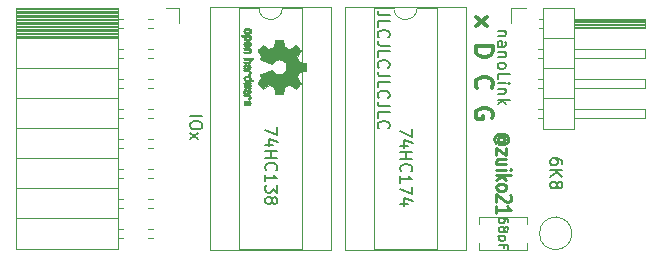
<source format=gto>
G04 #@! TF.GenerationSoftware,KiCad,Pcbnew,(5.1.2-1)-1*
G04 #@! TF.CreationDate,2023-07-30T19:19:47+02:00*
G04 #@! TF.ProjectId,nanoLink,6e616e6f-4c69-46e6-9b2e-6b696361645f,rev?*
G04 #@! TF.SameCoordinates,Original*
G04 #@! TF.FileFunction,Legend,Top*
G04 #@! TF.FilePolarity,Positive*
%FSLAX46Y46*%
G04 Gerber Fmt 4.6, Leading zero omitted, Abs format (unit mm)*
G04 Created by KiCad (PCBNEW (5.1.2-1)-1) date 2023-07-30 19:19:47*
%MOMM*%
%LPD*%
G04 APERTURE LIST*
%ADD10C,0.150000*%
%ADD11C,0.250000*%
%ADD12C,0.300000*%
%ADD13C,0.120000*%
%ADD14C,0.010000*%
%ADD15C,0.127000*%
%ADD16O,1.702000X1.702000*%
%ADD17C,1.702000*%
%ADD18R,1.702000X1.702000*%
%ADD19O,1.802000X1.802000*%
%ADD20R,1.802000X1.802000*%
G04 APERTURE END LIST*
D10*
X34202619Y-12017952D02*
X33488333Y-12017952D01*
X33345476Y-11970333D01*
X33250238Y-11875095D01*
X33202619Y-11732238D01*
X33202619Y-11637000D01*
X33202619Y-12970333D02*
X33202619Y-12494142D01*
X34202619Y-12494142D01*
X33297857Y-13875095D02*
X33250238Y-13827476D01*
X33202619Y-13684619D01*
X33202619Y-13589380D01*
X33250238Y-13446523D01*
X33345476Y-13351285D01*
X33440714Y-13303666D01*
X33631190Y-13256047D01*
X33774047Y-13256047D01*
X33964523Y-13303666D01*
X34059761Y-13351285D01*
X34155000Y-13446523D01*
X34202619Y-13589380D01*
X34202619Y-13684619D01*
X34155000Y-13827476D01*
X34107380Y-13875095D01*
X34202619Y-14589380D02*
X33488333Y-14589380D01*
X33345476Y-14541761D01*
X33250238Y-14446523D01*
X33202619Y-14303666D01*
X33202619Y-14208428D01*
X33202619Y-15541761D02*
X33202619Y-15065571D01*
X34202619Y-15065571D01*
X33297857Y-16446523D02*
X33250238Y-16398904D01*
X33202619Y-16256047D01*
X33202619Y-16160809D01*
X33250238Y-16017952D01*
X33345476Y-15922714D01*
X33440714Y-15875095D01*
X33631190Y-15827476D01*
X33774047Y-15827476D01*
X33964523Y-15875095D01*
X34059761Y-15922714D01*
X34155000Y-16017952D01*
X34202619Y-16160809D01*
X34202619Y-16256047D01*
X34155000Y-16398904D01*
X34107380Y-16446523D01*
X34202619Y-17160809D02*
X33488333Y-17160809D01*
X33345476Y-17113190D01*
X33250238Y-17017952D01*
X33202619Y-16875095D01*
X33202619Y-16779857D01*
X33202619Y-18113190D02*
X33202619Y-17637000D01*
X34202619Y-17637000D01*
X33297857Y-19017952D02*
X33250238Y-18970333D01*
X33202619Y-18827476D01*
X33202619Y-18732238D01*
X33250238Y-18589380D01*
X33345476Y-18494142D01*
X33440714Y-18446523D01*
X33631190Y-18398904D01*
X33774047Y-18398904D01*
X33964523Y-18446523D01*
X34059761Y-18494142D01*
X34155000Y-18589380D01*
X34202619Y-18732238D01*
X34202619Y-18827476D01*
X34155000Y-18970333D01*
X34107380Y-19017952D01*
X34202619Y-19732238D02*
X33488333Y-19732238D01*
X33345476Y-19684619D01*
X33250238Y-19589380D01*
X33202619Y-19446523D01*
X33202619Y-19351285D01*
X33202619Y-20684619D02*
X33202619Y-20208428D01*
X34202619Y-20208428D01*
X33297857Y-21589380D02*
X33250238Y-21541761D01*
X33202619Y-21398904D01*
X33202619Y-21303666D01*
X33250238Y-21160809D01*
X33345476Y-21065571D01*
X33440714Y-21017952D01*
X33631190Y-20970333D01*
X33774047Y-20970333D01*
X33964523Y-21017952D01*
X34059761Y-21065571D01*
X34155000Y-21160809D01*
X34202619Y-21303666D01*
X34202619Y-21398904D01*
X34155000Y-21541761D01*
X34107380Y-21589380D01*
D11*
X43845238Y-22709523D02*
X43905714Y-22661904D01*
X43966190Y-22566666D01*
X43966190Y-22471428D01*
X43905714Y-22376190D01*
X43845238Y-22328571D01*
X43724285Y-22280952D01*
X43603333Y-22280952D01*
X43482380Y-22328571D01*
X43421904Y-22376190D01*
X43361428Y-22471428D01*
X43361428Y-22566666D01*
X43421904Y-22661904D01*
X43482380Y-22709523D01*
X43966190Y-22709523D02*
X43482380Y-22709523D01*
X43421904Y-22757142D01*
X43421904Y-22804761D01*
X43482380Y-22900000D01*
X43603333Y-22947619D01*
X43905714Y-22947619D01*
X44087142Y-22852380D01*
X44208095Y-22709523D01*
X44268571Y-22519047D01*
X44208095Y-22328571D01*
X44087142Y-22185714D01*
X43905714Y-22090476D01*
X43663809Y-22042857D01*
X43421904Y-22090476D01*
X43240476Y-22185714D01*
X43119523Y-22328571D01*
X43059047Y-22519047D01*
X43119523Y-22709523D01*
X43240476Y-22852380D01*
X44087142Y-23280952D02*
X44087142Y-23804761D01*
X43240476Y-23280952D01*
X43240476Y-23804761D01*
X44087142Y-24614285D02*
X43240476Y-24614285D01*
X44087142Y-24185714D02*
X43421904Y-24185714D01*
X43300952Y-24233333D01*
X43240476Y-24328571D01*
X43240476Y-24471428D01*
X43300952Y-24566666D01*
X43361428Y-24614285D01*
X43240476Y-25090476D02*
X44087142Y-25090476D01*
X44510476Y-25090476D02*
X44450000Y-25042857D01*
X44389523Y-25090476D01*
X44450000Y-25138095D01*
X44510476Y-25090476D01*
X44389523Y-25090476D01*
X43240476Y-25566666D02*
X44510476Y-25566666D01*
X43724285Y-25661904D02*
X43240476Y-25947619D01*
X44087142Y-25947619D02*
X43603333Y-25566666D01*
X43240476Y-26519047D02*
X43300952Y-26423809D01*
X43361428Y-26376190D01*
X43482380Y-26328571D01*
X43845238Y-26328571D01*
X43966190Y-26376190D01*
X44026666Y-26423809D01*
X44087142Y-26519047D01*
X44087142Y-26661904D01*
X44026666Y-26757142D01*
X43966190Y-26804761D01*
X43845238Y-26852380D01*
X43482380Y-26852380D01*
X43361428Y-26804761D01*
X43300952Y-26757142D01*
X43240476Y-26661904D01*
X43240476Y-26519047D01*
X44389523Y-27233333D02*
X44450000Y-27280952D01*
X44510476Y-27376190D01*
X44510476Y-27614285D01*
X44450000Y-27709523D01*
X44389523Y-27757142D01*
X44268571Y-27804761D01*
X44147619Y-27804761D01*
X43966190Y-27757142D01*
X43240476Y-27185714D01*
X43240476Y-27804761D01*
X43240476Y-28757142D02*
X43240476Y-28185714D01*
X43240476Y-28471428D02*
X44510476Y-28471428D01*
X44329047Y-28376190D01*
X44208095Y-28280952D01*
X44147619Y-28185714D01*
D12*
X41485428Y-12152857D02*
X42485428Y-12938571D01*
X42485428Y-12152857D02*
X41485428Y-12938571D01*
X41485428Y-14652857D02*
X42985428Y-14652857D01*
X42985428Y-15010000D01*
X42914000Y-15224285D01*
X42771142Y-15367142D01*
X42628285Y-15438571D01*
X42342571Y-15510000D01*
X42128285Y-15510000D01*
X41842571Y-15438571D01*
X41699714Y-15367142D01*
X41556857Y-15224285D01*
X41485428Y-15010000D01*
X41485428Y-14652857D01*
X41628285Y-18152857D02*
X41556857Y-18081428D01*
X41485428Y-17867142D01*
X41485428Y-17724285D01*
X41556857Y-17510000D01*
X41699714Y-17367142D01*
X41842571Y-17295714D01*
X42128285Y-17224285D01*
X42342571Y-17224285D01*
X42628285Y-17295714D01*
X42771142Y-17367142D01*
X42914000Y-17510000D01*
X42985428Y-17724285D01*
X42985428Y-17867142D01*
X42914000Y-18081428D01*
X42842571Y-18152857D01*
X42914000Y-20724285D02*
X42985428Y-20581428D01*
X42985428Y-20367142D01*
X42914000Y-20152857D01*
X42771142Y-20010000D01*
X42628285Y-19938571D01*
X42342571Y-19867142D01*
X42128285Y-19867142D01*
X41842571Y-19938571D01*
X41699714Y-20010000D01*
X41556857Y-20152857D01*
X41485428Y-20367142D01*
X41485428Y-20510000D01*
X41556857Y-20724285D01*
X41628285Y-20795714D01*
X42128285Y-20795714D01*
X42128285Y-20510000D01*
D13*
X48260000Y-29110000D02*
X48260000Y-29040000D01*
X49630000Y-30480000D02*
G75*
G03X49630000Y-30480000I-1370000J0D01*
G01*
X40685000Y-11310000D02*
X30405000Y-11310000D01*
X40685000Y-31870000D02*
X40685000Y-11310000D01*
X30405000Y-31870000D02*
X40685000Y-31870000D01*
X30405000Y-11310000D02*
X30405000Y-31870000D01*
X38195000Y-11370000D02*
X36545000Y-11370000D01*
X38195000Y-31810000D02*
X38195000Y-11370000D01*
X32895000Y-31810000D02*
X38195000Y-31810000D01*
X32895000Y-11370000D02*
X32895000Y-31810000D01*
X34545000Y-11370000D02*
X32895000Y-11370000D01*
X36545000Y-11370000D02*
G75*
G02X34545000Y-11370000I-1000000J0D01*
G01*
X29270000Y-11310000D02*
X18990000Y-11310000D01*
X29270000Y-31870000D02*
X29270000Y-11310000D01*
X18990000Y-31870000D02*
X29270000Y-31870000D01*
X18990000Y-11310000D02*
X18990000Y-31870000D01*
X26780000Y-11370000D02*
X25130000Y-11370000D01*
X26780000Y-31810000D02*
X26780000Y-11370000D01*
X21480000Y-31810000D02*
X26780000Y-31810000D01*
X21480000Y-11370000D02*
X21480000Y-31810000D01*
X23130000Y-11370000D02*
X21480000Y-11370000D01*
X25130000Y-11370000D02*
G75*
G02X23130000Y-11370000I-1000000J0D01*
G01*
X45815000Y-31275000D02*
X45815000Y-31900000D01*
X45815000Y-29060000D02*
X45815000Y-29685000D01*
X41775000Y-31275000D02*
X41775000Y-31900000D01*
X41775000Y-29060000D02*
X41775000Y-29685000D01*
X41775000Y-31900000D02*
X45815000Y-31900000D01*
X41775000Y-29060000D02*
X45815000Y-29060000D01*
D14*
G36*
X27141652Y-16486910D02*
G01*
X27141222Y-16565454D01*
X27140058Y-16622298D01*
X27137793Y-16661105D01*
X27134060Y-16685538D01*
X27128494Y-16699262D01*
X27120727Y-16705940D01*
X27110395Y-16709236D01*
X27109057Y-16709556D01*
X27084921Y-16714562D01*
X27037299Y-16723829D01*
X26971259Y-16736392D01*
X26891872Y-16751287D01*
X26804204Y-16767551D01*
X26801125Y-16768119D01*
X26715211Y-16784410D01*
X26639304Y-16799652D01*
X26577955Y-16812861D01*
X26535718Y-16823054D01*
X26517145Y-16829248D01*
X26516816Y-16829543D01*
X26507747Y-16847788D01*
X26492633Y-16885405D01*
X26474738Y-16934271D01*
X26474642Y-16934543D01*
X26451507Y-16996093D01*
X26422035Y-17068657D01*
X26392403Y-17137057D01*
X26390938Y-17140294D01*
X26340374Y-17251702D01*
X26508840Y-17498399D01*
X26560197Y-17574077D01*
X26606111Y-17642631D01*
X26643970Y-17700088D01*
X26671163Y-17742476D01*
X26685079Y-17765825D01*
X26686111Y-17768042D01*
X26681516Y-17785010D01*
X26659345Y-17816701D01*
X26618553Y-17864352D01*
X26558095Y-17929198D01*
X26493773Y-17995397D01*
X26430388Y-18059214D01*
X26372549Y-18116329D01*
X26323825Y-18163305D01*
X26287790Y-18196703D01*
X26268016Y-18213085D01*
X26266998Y-18213694D01*
X26253428Y-18215505D01*
X26231267Y-18208683D01*
X26197522Y-18191540D01*
X26149200Y-18162393D01*
X26083308Y-18119555D01*
X25998483Y-18062448D01*
X25923823Y-18011766D01*
X25856860Y-17966461D01*
X25801484Y-17929150D01*
X25761580Y-17902452D01*
X25741038Y-17888985D01*
X25739644Y-17888137D01*
X25719962Y-17889781D01*
X25681707Y-17902245D01*
X25632111Y-17923048D01*
X25616272Y-17930462D01*
X25545710Y-17962814D01*
X25465647Y-17997328D01*
X25396371Y-18025365D01*
X25344955Y-18045568D01*
X25305881Y-18061615D01*
X25285459Y-18070888D01*
X25283886Y-18072041D01*
X25281279Y-18089096D01*
X25274137Y-18129298D01*
X25263477Y-18187302D01*
X25250315Y-18257763D01*
X25235667Y-18335335D01*
X25220551Y-18414672D01*
X25205982Y-18490431D01*
X25192978Y-18557264D01*
X25182555Y-18609828D01*
X25175730Y-18642776D01*
X25173801Y-18650857D01*
X25169038Y-18659205D01*
X25158282Y-18665506D01*
X25137902Y-18670045D01*
X25104266Y-18673104D01*
X25053745Y-18674967D01*
X24982708Y-18675918D01*
X24887524Y-18676240D01*
X24848508Y-18676257D01*
X24531201Y-18676257D01*
X24516161Y-18600057D01*
X24508005Y-18557663D01*
X24496101Y-18494400D01*
X24481884Y-18417962D01*
X24466790Y-18336043D01*
X24462645Y-18313400D01*
X24447947Y-18237806D01*
X24433495Y-18171953D01*
X24420625Y-18121366D01*
X24410678Y-18091574D01*
X24407713Y-18086612D01*
X24386717Y-18074426D01*
X24346033Y-18056953D01*
X24293678Y-18037577D01*
X24282400Y-18033734D01*
X24212477Y-18008339D01*
X24133582Y-17976817D01*
X24062734Y-17945969D01*
X24062405Y-17945817D01*
X23951267Y-17894447D01*
X23702747Y-18063399D01*
X23454228Y-18232352D01*
X23236942Y-18015429D01*
X23172274Y-17949819D01*
X23115267Y-17889979D01*
X23068967Y-17839267D01*
X23036416Y-17801046D01*
X23020657Y-17778675D01*
X23019657Y-17775466D01*
X23027531Y-17756626D01*
X23049422Y-17718180D01*
X23082733Y-17664330D01*
X23124869Y-17599276D01*
X23172057Y-17528940D01*
X23220190Y-17457555D01*
X23262072Y-17393908D01*
X23295129Y-17342041D01*
X23316782Y-17305995D01*
X23324457Y-17289867D01*
X23317963Y-17270189D01*
X23300850Y-17232875D01*
X23276674Y-17185621D01*
X23273987Y-17180612D01*
X23242073Y-17116977D01*
X23226421Y-17073341D01*
X23226255Y-17046202D01*
X23240796Y-17032057D01*
X23241000Y-17031975D01*
X23258221Y-17024905D01*
X23299101Y-17008042D01*
X23360475Y-16982695D01*
X23439181Y-16950171D01*
X23532053Y-16911778D01*
X23635928Y-16868822D01*
X23736498Y-16827222D01*
X23847484Y-16781504D01*
X23950297Y-16739526D01*
X24041785Y-16702548D01*
X24118799Y-16671827D01*
X24178185Y-16648622D01*
X24216791Y-16634190D01*
X24231200Y-16629743D01*
X24247728Y-16640896D01*
X24274070Y-16670069D01*
X24303113Y-16708971D01*
X24394961Y-16819757D01*
X24500241Y-16906351D01*
X24616734Y-16967716D01*
X24742224Y-17002815D01*
X24874493Y-17010608D01*
X24935543Y-17004943D01*
X25062205Y-16974078D01*
X25174059Y-16920920D01*
X25269999Y-16848767D01*
X25348924Y-16760917D01*
X25409730Y-16660665D01*
X25451313Y-16551310D01*
X25472572Y-16436147D01*
X25472401Y-16318475D01*
X25449699Y-16201590D01*
X25403362Y-16088789D01*
X25332287Y-15983369D01*
X25292089Y-15939368D01*
X25188871Y-15854979D01*
X25076075Y-15796222D01*
X24956990Y-15762704D01*
X24834905Y-15754035D01*
X24713107Y-15769823D01*
X24594884Y-15809678D01*
X24483525Y-15873207D01*
X24382316Y-15960021D01*
X24303113Y-16057029D01*
X24272838Y-16097437D01*
X24246781Y-16125982D01*
X24231175Y-16136257D01*
X24214157Y-16130877D01*
X24173500Y-16115575D01*
X24112358Y-16091612D01*
X24033881Y-16060244D01*
X23941220Y-16022732D01*
X23837528Y-15980333D01*
X23736474Y-15938663D01*
X23625393Y-15892690D01*
X23522459Y-15850107D01*
X23430835Y-15812221D01*
X23353684Y-15780340D01*
X23294169Y-15755771D01*
X23255456Y-15739820D01*
X23241000Y-15733910D01*
X23226315Y-15719948D01*
X23226358Y-15692940D01*
X23241901Y-15649413D01*
X23273716Y-15585890D01*
X23273987Y-15585388D01*
X23298677Y-15537560D01*
X23316662Y-15498897D01*
X23324386Y-15477095D01*
X23324457Y-15476133D01*
X23316622Y-15459721D01*
X23294835Y-15423487D01*
X23261672Y-15371474D01*
X23219709Y-15307725D01*
X23172057Y-15237060D01*
X23123809Y-15165116D01*
X23081849Y-15100274D01*
X23048773Y-15046735D01*
X23027179Y-15008697D01*
X23019657Y-14990533D01*
X23029543Y-14973808D01*
X23057174Y-14940180D01*
X23099505Y-14893010D01*
X23153495Y-14835658D01*
X23216101Y-14771484D01*
X23237017Y-14750497D01*
X23454377Y-14533499D01*
X23696780Y-14698668D01*
X23771219Y-14748864D01*
X23838028Y-14792919D01*
X23893335Y-14828362D01*
X23933271Y-14852719D01*
X23953964Y-14863522D01*
X23955437Y-14863838D01*
X23974942Y-14858143D01*
X24014178Y-14842826D01*
X24066570Y-14820537D01*
X24101645Y-14804893D01*
X24168799Y-14775641D01*
X24236642Y-14748094D01*
X24293966Y-14726737D01*
X24311428Y-14720935D01*
X24358062Y-14704452D01*
X24394095Y-14688340D01*
X24407713Y-14679490D01*
X24416048Y-14659960D01*
X24427863Y-14617334D01*
X24441819Y-14557145D01*
X24456578Y-14484922D01*
X24462645Y-14452600D01*
X24477727Y-14370522D01*
X24492331Y-14291795D01*
X24505020Y-14224109D01*
X24514358Y-14175160D01*
X24516161Y-14165943D01*
X24531201Y-14089743D01*
X24848508Y-14089743D01*
X24952846Y-14089914D01*
X25031787Y-14090616D01*
X25088962Y-14092134D01*
X25128001Y-14094749D01*
X25152535Y-14098746D01*
X25166195Y-14104409D01*
X25172611Y-14112020D01*
X25173801Y-14115143D01*
X25178020Y-14133978D01*
X25186438Y-14175588D01*
X25198039Y-14234630D01*
X25211805Y-14305757D01*
X25226720Y-14383625D01*
X25241768Y-14462887D01*
X25255931Y-14538198D01*
X25268194Y-14604213D01*
X25277539Y-14655587D01*
X25282950Y-14686975D01*
X25283886Y-14693959D01*
X25296404Y-14700285D01*
X25329754Y-14714290D01*
X25377623Y-14733355D01*
X25396371Y-14740634D01*
X25468805Y-14769996D01*
X25548830Y-14804571D01*
X25616272Y-14835537D01*
X25667841Y-14858323D01*
X25710215Y-14873482D01*
X25736166Y-14878542D01*
X25739644Y-14877736D01*
X25756064Y-14867041D01*
X25792583Y-14842620D01*
X25845313Y-14807095D01*
X25910365Y-14763087D01*
X25983849Y-14713217D01*
X25998355Y-14703356D01*
X26084296Y-14645492D01*
X26149739Y-14602956D01*
X26197696Y-14574054D01*
X26231180Y-14557090D01*
X26253205Y-14550367D01*
X26266783Y-14552190D01*
X26266869Y-14552236D01*
X26284703Y-14566586D01*
X26319183Y-14598323D01*
X26366732Y-14644010D01*
X26423778Y-14700204D01*
X26486745Y-14763468D01*
X26493773Y-14770602D01*
X26570980Y-14850330D01*
X26627670Y-14911857D01*
X26664890Y-14956421D01*
X26683685Y-14985257D01*
X26686111Y-14997958D01*
X26675529Y-15016494D01*
X26651084Y-15054961D01*
X26615388Y-15109386D01*
X26571053Y-15175798D01*
X26520689Y-15250225D01*
X26508840Y-15267601D01*
X26340374Y-15514297D01*
X26390938Y-15625706D01*
X26420405Y-15693457D01*
X26450041Y-15766183D01*
X26473670Y-15828703D01*
X26474642Y-15831457D01*
X26492543Y-15880360D01*
X26507680Y-15918057D01*
X26516790Y-15936425D01*
X26516816Y-15936456D01*
X26533283Y-15942285D01*
X26573781Y-15952192D01*
X26633758Y-15965195D01*
X26708660Y-15980309D01*
X26793936Y-15996552D01*
X26801125Y-15997881D01*
X26888986Y-16014175D01*
X26968740Y-16029133D01*
X27035319Y-16041791D01*
X27083653Y-16051186D01*
X27108675Y-16056354D01*
X27109057Y-16056444D01*
X27119701Y-16059589D01*
X27127738Y-16065704D01*
X27133533Y-16078453D01*
X27137453Y-16101500D01*
X27139865Y-16138509D01*
X27141135Y-16193144D01*
X27141629Y-16269067D01*
X27141714Y-16369944D01*
X27141714Y-16383000D01*
X27141652Y-16486910D01*
X27141652Y-16486910D01*
G37*
X27141652Y-16486910D02*
X27141222Y-16565454D01*
X27140058Y-16622298D01*
X27137793Y-16661105D01*
X27134060Y-16685538D01*
X27128494Y-16699262D01*
X27120727Y-16705940D01*
X27110395Y-16709236D01*
X27109057Y-16709556D01*
X27084921Y-16714562D01*
X27037299Y-16723829D01*
X26971259Y-16736392D01*
X26891872Y-16751287D01*
X26804204Y-16767551D01*
X26801125Y-16768119D01*
X26715211Y-16784410D01*
X26639304Y-16799652D01*
X26577955Y-16812861D01*
X26535718Y-16823054D01*
X26517145Y-16829248D01*
X26516816Y-16829543D01*
X26507747Y-16847788D01*
X26492633Y-16885405D01*
X26474738Y-16934271D01*
X26474642Y-16934543D01*
X26451507Y-16996093D01*
X26422035Y-17068657D01*
X26392403Y-17137057D01*
X26390938Y-17140294D01*
X26340374Y-17251702D01*
X26508840Y-17498399D01*
X26560197Y-17574077D01*
X26606111Y-17642631D01*
X26643970Y-17700088D01*
X26671163Y-17742476D01*
X26685079Y-17765825D01*
X26686111Y-17768042D01*
X26681516Y-17785010D01*
X26659345Y-17816701D01*
X26618553Y-17864352D01*
X26558095Y-17929198D01*
X26493773Y-17995397D01*
X26430388Y-18059214D01*
X26372549Y-18116329D01*
X26323825Y-18163305D01*
X26287790Y-18196703D01*
X26268016Y-18213085D01*
X26266998Y-18213694D01*
X26253428Y-18215505D01*
X26231267Y-18208683D01*
X26197522Y-18191540D01*
X26149200Y-18162393D01*
X26083308Y-18119555D01*
X25998483Y-18062448D01*
X25923823Y-18011766D01*
X25856860Y-17966461D01*
X25801484Y-17929150D01*
X25761580Y-17902452D01*
X25741038Y-17888985D01*
X25739644Y-17888137D01*
X25719962Y-17889781D01*
X25681707Y-17902245D01*
X25632111Y-17923048D01*
X25616272Y-17930462D01*
X25545710Y-17962814D01*
X25465647Y-17997328D01*
X25396371Y-18025365D01*
X25344955Y-18045568D01*
X25305881Y-18061615D01*
X25285459Y-18070888D01*
X25283886Y-18072041D01*
X25281279Y-18089096D01*
X25274137Y-18129298D01*
X25263477Y-18187302D01*
X25250315Y-18257763D01*
X25235667Y-18335335D01*
X25220551Y-18414672D01*
X25205982Y-18490431D01*
X25192978Y-18557264D01*
X25182555Y-18609828D01*
X25175730Y-18642776D01*
X25173801Y-18650857D01*
X25169038Y-18659205D01*
X25158282Y-18665506D01*
X25137902Y-18670045D01*
X25104266Y-18673104D01*
X25053745Y-18674967D01*
X24982708Y-18675918D01*
X24887524Y-18676240D01*
X24848508Y-18676257D01*
X24531201Y-18676257D01*
X24516161Y-18600057D01*
X24508005Y-18557663D01*
X24496101Y-18494400D01*
X24481884Y-18417962D01*
X24466790Y-18336043D01*
X24462645Y-18313400D01*
X24447947Y-18237806D01*
X24433495Y-18171953D01*
X24420625Y-18121366D01*
X24410678Y-18091574D01*
X24407713Y-18086612D01*
X24386717Y-18074426D01*
X24346033Y-18056953D01*
X24293678Y-18037577D01*
X24282400Y-18033734D01*
X24212477Y-18008339D01*
X24133582Y-17976817D01*
X24062734Y-17945969D01*
X24062405Y-17945817D01*
X23951267Y-17894447D01*
X23702747Y-18063399D01*
X23454228Y-18232352D01*
X23236942Y-18015429D01*
X23172274Y-17949819D01*
X23115267Y-17889979D01*
X23068967Y-17839267D01*
X23036416Y-17801046D01*
X23020657Y-17778675D01*
X23019657Y-17775466D01*
X23027531Y-17756626D01*
X23049422Y-17718180D01*
X23082733Y-17664330D01*
X23124869Y-17599276D01*
X23172057Y-17528940D01*
X23220190Y-17457555D01*
X23262072Y-17393908D01*
X23295129Y-17342041D01*
X23316782Y-17305995D01*
X23324457Y-17289867D01*
X23317963Y-17270189D01*
X23300850Y-17232875D01*
X23276674Y-17185621D01*
X23273987Y-17180612D01*
X23242073Y-17116977D01*
X23226421Y-17073341D01*
X23226255Y-17046202D01*
X23240796Y-17032057D01*
X23241000Y-17031975D01*
X23258221Y-17024905D01*
X23299101Y-17008042D01*
X23360475Y-16982695D01*
X23439181Y-16950171D01*
X23532053Y-16911778D01*
X23635928Y-16868822D01*
X23736498Y-16827222D01*
X23847484Y-16781504D01*
X23950297Y-16739526D01*
X24041785Y-16702548D01*
X24118799Y-16671827D01*
X24178185Y-16648622D01*
X24216791Y-16634190D01*
X24231200Y-16629743D01*
X24247728Y-16640896D01*
X24274070Y-16670069D01*
X24303113Y-16708971D01*
X24394961Y-16819757D01*
X24500241Y-16906351D01*
X24616734Y-16967716D01*
X24742224Y-17002815D01*
X24874493Y-17010608D01*
X24935543Y-17004943D01*
X25062205Y-16974078D01*
X25174059Y-16920920D01*
X25269999Y-16848767D01*
X25348924Y-16760917D01*
X25409730Y-16660665D01*
X25451313Y-16551310D01*
X25472572Y-16436147D01*
X25472401Y-16318475D01*
X25449699Y-16201590D01*
X25403362Y-16088789D01*
X25332287Y-15983369D01*
X25292089Y-15939368D01*
X25188871Y-15854979D01*
X25076075Y-15796222D01*
X24956990Y-15762704D01*
X24834905Y-15754035D01*
X24713107Y-15769823D01*
X24594884Y-15809678D01*
X24483525Y-15873207D01*
X24382316Y-15960021D01*
X24303113Y-16057029D01*
X24272838Y-16097437D01*
X24246781Y-16125982D01*
X24231175Y-16136257D01*
X24214157Y-16130877D01*
X24173500Y-16115575D01*
X24112358Y-16091612D01*
X24033881Y-16060244D01*
X23941220Y-16022732D01*
X23837528Y-15980333D01*
X23736474Y-15938663D01*
X23625393Y-15892690D01*
X23522459Y-15850107D01*
X23430835Y-15812221D01*
X23353684Y-15780340D01*
X23294169Y-15755771D01*
X23255456Y-15739820D01*
X23241000Y-15733910D01*
X23226315Y-15719948D01*
X23226358Y-15692940D01*
X23241901Y-15649413D01*
X23273716Y-15585890D01*
X23273987Y-15585388D01*
X23298677Y-15537560D01*
X23316662Y-15498897D01*
X23324386Y-15477095D01*
X23324457Y-15476133D01*
X23316622Y-15459721D01*
X23294835Y-15423487D01*
X23261672Y-15371474D01*
X23219709Y-15307725D01*
X23172057Y-15237060D01*
X23123809Y-15165116D01*
X23081849Y-15100274D01*
X23048773Y-15046735D01*
X23027179Y-15008697D01*
X23019657Y-14990533D01*
X23029543Y-14973808D01*
X23057174Y-14940180D01*
X23099505Y-14893010D01*
X23153495Y-14835658D01*
X23216101Y-14771484D01*
X23237017Y-14750497D01*
X23454377Y-14533499D01*
X23696780Y-14698668D01*
X23771219Y-14748864D01*
X23838028Y-14792919D01*
X23893335Y-14828362D01*
X23933271Y-14852719D01*
X23953964Y-14863522D01*
X23955437Y-14863838D01*
X23974942Y-14858143D01*
X24014178Y-14842826D01*
X24066570Y-14820537D01*
X24101645Y-14804893D01*
X24168799Y-14775641D01*
X24236642Y-14748094D01*
X24293966Y-14726737D01*
X24311428Y-14720935D01*
X24358062Y-14704452D01*
X24394095Y-14688340D01*
X24407713Y-14679490D01*
X24416048Y-14659960D01*
X24427863Y-14617334D01*
X24441819Y-14557145D01*
X24456578Y-14484922D01*
X24462645Y-14452600D01*
X24477727Y-14370522D01*
X24492331Y-14291795D01*
X24505020Y-14224109D01*
X24514358Y-14175160D01*
X24516161Y-14165943D01*
X24531201Y-14089743D01*
X24848508Y-14089743D01*
X24952846Y-14089914D01*
X25031787Y-14090616D01*
X25088962Y-14092134D01*
X25128001Y-14094749D01*
X25152535Y-14098746D01*
X25166195Y-14104409D01*
X25172611Y-14112020D01*
X25173801Y-14115143D01*
X25178020Y-14133978D01*
X25186438Y-14175588D01*
X25198039Y-14234630D01*
X25211805Y-14305757D01*
X25226720Y-14383625D01*
X25241768Y-14462887D01*
X25255931Y-14538198D01*
X25268194Y-14604213D01*
X25277539Y-14655587D01*
X25282950Y-14686975D01*
X25283886Y-14693959D01*
X25296404Y-14700285D01*
X25329754Y-14714290D01*
X25377623Y-14733355D01*
X25396371Y-14740634D01*
X25468805Y-14769996D01*
X25548830Y-14804571D01*
X25616272Y-14835537D01*
X25667841Y-14858323D01*
X25710215Y-14873482D01*
X25736166Y-14878542D01*
X25739644Y-14877736D01*
X25756064Y-14867041D01*
X25792583Y-14842620D01*
X25845313Y-14807095D01*
X25910365Y-14763087D01*
X25983849Y-14713217D01*
X25998355Y-14703356D01*
X26084296Y-14645492D01*
X26149739Y-14602956D01*
X26197696Y-14574054D01*
X26231180Y-14557090D01*
X26253205Y-14550367D01*
X26266783Y-14552190D01*
X26266869Y-14552236D01*
X26284703Y-14566586D01*
X26319183Y-14598323D01*
X26366732Y-14644010D01*
X26423778Y-14700204D01*
X26486745Y-14763468D01*
X26493773Y-14770602D01*
X26570980Y-14850330D01*
X26627670Y-14911857D01*
X26664890Y-14956421D01*
X26683685Y-14985257D01*
X26686111Y-14997958D01*
X26675529Y-15016494D01*
X26651084Y-15054961D01*
X26615388Y-15109386D01*
X26571053Y-15175798D01*
X26520689Y-15250225D01*
X26508840Y-15267601D01*
X26340374Y-15514297D01*
X26390938Y-15625706D01*
X26420405Y-15693457D01*
X26450041Y-15766183D01*
X26473670Y-15828703D01*
X26474642Y-15831457D01*
X26492543Y-15880360D01*
X26507680Y-15918057D01*
X26516790Y-15936425D01*
X26516816Y-15936456D01*
X26533283Y-15942285D01*
X26573781Y-15952192D01*
X26633758Y-15965195D01*
X26708660Y-15980309D01*
X26793936Y-15996552D01*
X26801125Y-15997881D01*
X26888986Y-16014175D01*
X26968740Y-16029133D01*
X27035319Y-16041791D01*
X27083653Y-16051186D01*
X27108675Y-16056354D01*
X27109057Y-16056444D01*
X27119701Y-16059589D01*
X27127738Y-16065704D01*
X27133533Y-16078453D01*
X27137453Y-16101500D01*
X27139865Y-16138509D01*
X27141135Y-16193144D01*
X27141629Y-16269067D01*
X27141714Y-16369944D01*
X27141714Y-16383000D01*
X27141652Y-16486910D01*
G36*
X22417034Y-19536595D02*
G01*
X22379503Y-19594021D01*
X22345904Y-19621719D01*
X22284936Y-19643662D01*
X22236692Y-19645405D01*
X22172184Y-19641457D01*
X22107066Y-19492686D01*
X22073798Y-19420349D01*
X22047036Y-19373084D01*
X22023856Y-19348507D01*
X22001333Y-19344237D01*
X21976545Y-19357889D01*
X21960114Y-19372943D01*
X21933765Y-19416746D01*
X21931919Y-19464389D01*
X21952454Y-19508145D01*
X21993248Y-19540289D01*
X22007653Y-19546038D01*
X22052644Y-19573576D01*
X22071818Y-19605258D01*
X22088221Y-19648714D01*
X22026034Y-19648714D01*
X21983717Y-19644872D01*
X21948031Y-19629823D01*
X21907057Y-19598280D01*
X21901733Y-19593592D01*
X21865280Y-19558506D01*
X21845717Y-19528347D01*
X21836717Y-19490615D01*
X21833770Y-19459335D01*
X21833035Y-19403385D01*
X21842340Y-19363555D01*
X21856154Y-19338708D01*
X21886533Y-19299656D01*
X21919387Y-19272625D01*
X21960706Y-19255517D01*
X22016479Y-19246238D01*
X22092695Y-19242693D01*
X22131378Y-19242410D01*
X22177753Y-19243372D01*
X22177753Y-19331007D01*
X22152874Y-19332023D01*
X22148800Y-19334556D01*
X22154335Y-19351274D01*
X22168983Y-19387249D01*
X22189810Y-19435331D01*
X22194286Y-19445386D01*
X22225186Y-19506152D01*
X22252343Y-19539632D01*
X22277780Y-19546990D01*
X22303519Y-19529391D01*
X22314891Y-19514856D01*
X22337636Y-19462410D01*
X22333878Y-19413322D01*
X22306116Y-19372227D01*
X22256848Y-19343758D01*
X22217743Y-19334631D01*
X22177753Y-19331007D01*
X22177753Y-19243372D01*
X22221751Y-19244285D01*
X22288616Y-19251196D01*
X22337305Y-19264884D01*
X22373151Y-19287096D01*
X22401487Y-19319574D01*
X22410645Y-19333733D01*
X22434493Y-19398053D01*
X22435994Y-19468473D01*
X22417034Y-19536595D01*
X22417034Y-19536595D01*
G37*
X22417034Y-19536595D02*
X22379503Y-19594021D01*
X22345904Y-19621719D01*
X22284936Y-19643662D01*
X22236692Y-19645405D01*
X22172184Y-19641457D01*
X22107066Y-19492686D01*
X22073798Y-19420349D01*
X22047036Y-19373084D01*
X22023856Y-19348507D01*
X22001333Y-19344237D01*
X21976545Y-19357889D01*
X21960114Y-19372943D01*
X21933765Y-19416746D01*
X21931919Y-19464389D01*
X21952454Y-19508145D01*
X21993248Y-19540289D01*
X22007653Y-19546038D01*
X22052644Y-19573576D01*
X22071818Y-19605258D01*
X22088221Y-19648714D01*
X22026034Y-19648714D01*
X21983717Y-19644872D01*
X21948031Y-19629823D01*
X21907057Y-19598280D01*
X21901733Y-19593592D01*
X21865280Y-19558506D01*
X21845717Y-19528347D01*
X21836717Y-19490615D01*
X21833770Y-19459335D01*
X21833035Y-19403385D01*
X21842340Y-19363555D01*
X21856154Y-19338708D01*
X21886533Y-19299656D01*
X21919387Y-19272625D01*
X21960706Y-19255517D01*
X22016479Y-19246238D01*
X22092695Y-19242693D01*
X22131378Y-19242410D01*
X22177753Y-19243372D01*
X22177753Y-19331007D01*
X22152874Y-19332023D01*
X22148800Y-19334556D01*
X22154335Y-19351274D01*
X22168983Y-19387249D01*
X22189810Y-19435331D01*
X22194286Y-19445386D01*
X22225186Y-19506152D01*
X22252343Y-19539632D01*
X22277780Y-19546990D01*
X22303519Y-19529391D01*
X22314891Y-19514856D01*
X22337636Y-19462410D01*
X22333878Y-19413322D01*
X22306116Y-19372227D01*
X22256848Y-19343758D01*
X22217743Y-19334631D01*
X22177753Y-19331007D01*
X22177753Y-19243372D01*
X22221751Y-19244285D01*
X22288616Y-19251196D01*
X22337305Y-19264884D01*
X22373151Y-19287096D01*
X22401487Y-19319574D01*
X22410645Y-19333733D01*
X22434493Y-19398053D01*
X22435994Y-19468473D01*
X22417034Y-19536595D01*
G36*
X22425248Y-19035600D02*
G01*
X22417666Y-19052948D01*
X22384872Y-19094356D01*
X22337453Y-19129765D01*
X22286849Y-19151664D01*
X22261902Y-19155229D01*
X22227073Y-19143279D01*
X22208643Y-19117067D01*
X22197484Y-19088964D01*
X22195428Y-19076095D01*
X22210351Y-19069829D01*
X22242825Y-19057456D01*
X22257498Y-19052028D01*
X22308256Y-19021590D01*
X22333573Y-18977520D01*
X22332794Y-18921010D01*
X22331797Y-18916825D01*
X22317493Y-18886655D01*
X22289607Y-18864476D01*
X22244713Y-18849327D01*
X22179385Y-18840250D01*
X22090196Y-18836286D01*
X22042739Y-18835914D01*
X21967929Y-18835730D01*
X21916931Y-18834522D01*
X21884529Y-18831309D01*
X21865505Y-18825109D01*
X21854644Y-18814940D01*
X21846728Y-18799819D01*
X21846330Y-18798946D01*
X21834019Y-18769828D01*
X21829486Y-18755403D01*
X21843191Y-18753186D01*
X21881075Y-18751289D01*
X21938285Y-18749847D01*
X22009973Y-18748998D01*
X22062435Y-18748829D01*
X22163953Y-18749692D01*
X22240968Y-18753070D01*
X22297977Y-18760142D01*
X22339474Y-18772088D01*
X22369957Y-18790090D01*
X22393920Y-18815327D01*
X22410645Y-18840247D01*
X22432903Y-18900171D01*
X22437924Y-18969911D01*
X22425248Y-19035600D01*
X22425248Y-19035600D01*
G37*
X22425248Y-19035600D02*
X22417666Y-19052948D01*
X22384872Y-19094356D01*
X22337453Y-19129765D01*
X22286849Y-19151664D01*
X22261902Y-19155229D01*
X22227073Y-19143279D01*
X22208643Y-19117067D01*
X22197484Y-19088964D01*
X22195428Y-19076095D01*
X22210351Y-19069829D01*
X22242825Y-19057456D01*
X22257498Y-19052028D01*
X22308256Y-19021590D01*
X22333573Y-18977520D01*
X22332794Y-18921010D01*
X22331797Y-18916825D01*
X22317493Y-18886655D01*
X22289607Y-18864476D01*
X22244713Y-18849327D01*
X22179385Y-18840250D01*
X22090196Y-18836286D01*
X22042739Y-18835914D01*
X21967929Y-18835730D01*
X21916931Y-18834522D01*
X21884529Y-18831309D01*
X21865505Y-18825109D01*
X21854644Y-18814940D01*
X21846728Y-18799819D01*
X21846330Y-18798946D01*
X21834019Y-18769828D01*
X21829486Y-18755403D01*
X21843191Y-18753186D01*
X21881075Y-18751289D01*
X21938285Y-18749847D01*
X22009973Y-18748998D01*
X22062435Y-18748829D01*
X22163953Y-18749692D01*
X22240968Y-18753070D01*
X22297977Y-18760142D01*
X22339474Y-18772088D01*
X22369957Y-18790090D01*
X22393920Y-18815327D01*
X22410645Y-18840247D01*
X22432903Y-18900171D01*
X22437924Y-18969911D01*
X22425248Y-19035600D01*
G36*
X22427665Y-18527876D02*
G01*
X22408656Y-18569667D01*
X22385622Y-18602469D01*
X22359867Y-18626503D01*
X22326642Y-18643097D01*
X22281200Y-18653577D01*
X22218793Y-18659271D01*
X22134673Y-18661507D01*
X22079279Y-18661743D01*
X21863174Y-18661743D01*
X21846330Y-18624774D01*
X21834019Y-18595656D01*
X21829486Y-18581231D01*
X21842975Y-18578472D01*
X21879347Y-18576282D01*
X21932458Y-18574942D01*
X21974628Y-18574657D01*
X22035553Y-18573434D01*
X22083885Y-18570136D01*
X22113482Y-18565321D01*
X22119771Y-18561496D01*
X22113348Y-18535783D01*
X22096875Y-18495418D01*
X22074542Y-18448679D01*
X22050543Y-18403845D01*
X22029070Y-18369193D01*
X22014315Y-18353002D01*
X22014155Y-18352938D01*
X21986848Y-18354330D01*
X21960781Y-18366818D01*
X21939608Y-18388743D01*
X21932526Y-18420743D01*
X21933351Y-18448092D01*
X21933958Y-18486826D01*
X21924884Y-18507158D01*
X21900908Y-18519369D01*
X21896387Y-18520909D01*
X21862194Y-18526203D01*
X21841432Y-18512047D01*
X21831538Y-18475148D01*
X21829708Y-18435289D01*
X21843273Y-18363562D01*
X21862645Y-18326432D01*
X21908155Y-18280576D01*
X21964017Y-18256256D01*
X22023043Y-18254073D01*
X22078047Y-18274629D01*
X22112514Y-18305549D01*
X22131811Y-18336420D01*
X22156241Y-18384942D01*
X22181015Y-18441485D01*
X22184801Y-18450910D01*
X22212209Y-18513019D01*
X22236366Y-18548822D01*
X22260381Y-18560337D01*
X22287365Y-18549580D01*
X22308457Y-18531114D01*
X22334428Y-18487469D01*
X22336376Y-18439446D01*
X22316363Y-18395406D01*
X22276449Y-18363709D01*
X22266152Y-18359549D01*
X22228276Y-18335327D01*
X22200158Y-18299965D01*
X22177083Y-18255343D01*
X22242515Y-18255343D01*
X22282494Y-18257969D01*
X22314003Y-18269230D01*
X22347622Y-18294199D01*
X22373516Y-18318169D01*
X22410183Y-18355441D01*
X22429879Y-18384401D01*
X22437780Y-18415505D01*
X22439086Y-18450713D01*
X22427665Y-18527876D01*
X22427665Y-18527876D01*
G37*
X22427665Y-18527876D02*
X22408656Y-18569667D01*
X22385622Y-18602469D01*
X22359867Y-18626503D01*
X22326642Y-18643097D01*
X22281200Y-18653577D01*
X22218793Y-18659271D01*
X22134673Y-18661507D01*
X22079279Y-18661743D01*
X21863174Y-18661743D01*
X21846330Y-18624774D01*
X21834019Y-18595656D01*
X21829486Y-18581231D01*
X21842975Y-18578472D01*
X21879347Y-18576282D01*
X21932458Y-18574942D01*
X21974628Y-18574657D01*
X22035553Y-18573434D01*
X22083885Y-18570136D01*
X22113482Y-18565321D01*
X22119771Y-18561496D01*
X22113348Y-18535783D01*
X22096875Y-18495418D01*
X22074542Y-18448679D01*
X22050543Y-18403845D01*
X22029070Y-18369193D01*
X22014315Y-18353002D01*
X22014155Y-18352938D01*
X21986848Y-18354330D01*
X21960781Y-18366818D01*
X21939608Y-18388743D01*
X21932526Y-18420743D01*
X21933351Y-18448092D01*
X21933958Y-18486826D01*
X21924884Y-18507158D01*
X21900908Y-18519369D01*
X21896387Y-18520909D01*
X21862194Y-18526203D01*
X21841432Y-18512047D01*
X21831538Y-18475148D01*
X21829708Y-18435289D01*
X21843273Y-18363562D01*
X21862645Y-18326432D01*
X21908155Y-18280576D01*
X21964017Y-18256256D01*
X22023043Y-18254073D01*
X22078047Y-18274629D01*
X22112514Y-18305549D01*
X22131811Y-18336420D01*
X22156241Y-18384942D01*
X22181015Y-18441485D01*
X22184801Y-18450910D01*
X22212209Y-18513019D01*
X22236366Y-18548822D01*
X22260381Y-18560337D01*
X22287365Y-18549580D01*
X22308457Y-18531114D01*
X22334428Y-18487469D01*
X22336376Y-18439446D01*
X22316363Y-18395406D01*
X22276449Y-18363709D01*
X22266152Y-18359549D01*
X22228276Y-18335327D01*
X22200158Y-18299965D01*
X22177083Y-18255343D01*
X22242515Y-18255343D01*
X22282494Y-18257969D01*
X22314003Y-18269230D01*
X22347622Y-18294199D01*
X22373516Y-18318169D01*
X22410183Y-18355441D01*
X22429879Y-18384401D01*
X22437780Y-18415505D01*
X22439086Y-18450713D01*
X22427665Y-18527876D01*
G36*
X22425337Y-18162833D02*
G01*
X22387150Y-18165048D01*
X22329114Y-18166784D01*
X22255820Y-18167899D01*
X22178945Y-18168257D01*
X21918804Y-18168257D01*
X21872873Y-18122326D01*
X21844571Y-18090675D01*
X21833107Y-18062890D01*
X21833832Y-18024915D01*
X21835679Y-18009840D01*
X21841052Y-17962726D01*
X21844131Y-17923756D01*
X21844415Y-17914257D01*
X21842555Y-17882233D01*
X21837886Y-17836432D01*
X21835679Y-17818674D01*
X21832265Y-17775057D01*
X21839680Y-17745745D01*
X21862573Y-17716680D01*
X21872873Y-17706188D01*
X21918804Y-17660257D01*
X22405398Y-17660257D01*
X22422242Y-17697226D01*
X22434718Y-17729059D01*
X22439086Y-17747683D01*
X22425282Y-17752458D01*
X22386714Y-17756921D01*
X22327644Y-17760775D01*
X22252337Y-17763722D01*
X22188714Y-17765143D01*
X21938343Y-17769114D01*
X21933444Y-17803759D01*
X21936869Y-17835268D01*
X21947959Y-17850708D01*
X21968692Y-17855023D01*
X22012855Y-17858708D01*
X22074854Y-17861469D01*
X22149091Y-17863012D01*
X22187294Y-17863235D01*
X22407217Y-17863457D01*
X22423151Y-17909166D01*
X22433985Y-17941518D01*
X22439038Y-17959115D01*
X22439086Y-17959623D01*
X22425352Y-17961388D01*
X22387270Y-17963329D01*
X22329518Y-17965282D01*
X22256773Y-17967084D01*
X22188714Y-17968343D01*
X21938343Y-17972314D01*
X21938343Y-18059400D01*
X22166760Y-18063396D01*
X22395178Y-18067392D01*
X22417132Y-18109847D01*
X22432207Y-18141192D01*
X22439049Y-18159744D01*
X22439086Y-18160279D01*
X22425337Y-18162833D01*
X22425337Y-18162833D01*
G37*
X22425337Y-18162833D02*
X22387150Y-18165048D01*
X22329114Y-18166784D01*
X22255820Y-18167899D01*
X22178945Y-18168257D01*
X21918804Y-18168257D01*
X21872873Y-18122326D01*
X21844571Y-18090675D01*
X21833107Y-18062890D01*
X21833832Y-18024915D01*
X21835679Y-18009840D01*
X21841052Y-17962726D01*
X21844131Y-17923756D01*
X21844415Y-17914257D01*
X21842555Y-17882233D01*
X21837886Y-17836432D01*
X21835679Y-17818674D01*
X21832265Y-17775057D01*
X21839680Y-17745745D01*
X21862573Y-17716680D01*
X21872873Y-17706188D01*
X21918804Y-17660257D01*
X22405398Y-17660257D01*
X22422242Y-17697226D01*
X22434718Y-17729059D01*
X22439086Y-17747683D01*
X22425282Y-17752458D01*
X22386714Y-17756921D01*
X22327644Y-17760775D01*
X22252337Y-17763722D01*
X22188714Y-17765143D01*
X21938343Y-17769114D01*
X21933444Y-17803759D01*
X21936869Y-17835268D01*
X21947959Y-17850708D01*
X21968692Y-17855023D01*
X22012855Y-17858708D01*
X22074854Y-17861469D01*
X22149091Y-17863012D01*
X22187294Y-17863235D01*
X22407217Y-17863457D01*
X22423151Y-17909166D01*
X22433985Y-17941518D01*
X22439038Y-17959115D01*
X22439086Y-17959623D01*
X22425352Y-17961388D01*
X22387270Y-17963329D01*
X22329518Y-17965282D01*
X22256773Y-17967084D01*
X22188714Y-17968343D01*
X21938343Y-17972314D01*
X21938343Y-18059400D01*
X22166760Y-18063396D01*
X22395178Y-18067392D01*
X22417132Y-18109847D01*
X22432207Y-18141192D01*
X22439049Y-18159744D01*
X22439086Y-18160279D01*
X22425337Y-18162833D01*
G36*
X22318642Y-17573117D02*
G01*
X22210163Y-17572933D01*
X22126713Y-17572219D01*
X22064296Y-17570675D01*
X22018915Y-17568001D01*
X21986571Y-17563894D01*
X21963267Y-17558055D01*
X21945005Y-17550182D01*
X21934582Y-17544221D01*
X21878055Y-17494855D01*
X21842623Y-17432264D01*
X21829910Y-17363013D01*
X21841537Y-17293668D01*
X21862432Y-17252375D01*
X21898578Y-17209025D01*
X21942724Y-17179481D01*
X22000538Y-17161655D01*
X22077687Y-17153463D01*
X22134286Y-17152302D01*
X22138353Y-17152458D01*
X22138353Y-17253857D01*
X22073450Y-17254476D01*
X22030486Y-17257314D01*
X22002378Y-17263840D01*
X21982047Y-17275523D01*
X21966712Y-17289483D01*
X21937110Y-17336365D01*
X21934581Y-17386701D01*
X21959295Y-17434276D01*
X21962644Y-17437979D01*
X21980065Y-17453783D01*
X22000791Y-17463693D01*
X22031638Y-17469058D01*
X22079423Y-17471228D01*
X22132252Y-17471571D01*
X22198619Y-17470827D01*
X22242894Y-17467748D01*
X22271991Y-17461061D01*
X22292827Y-17449496D01*
X22303893Y-17440013D01*
X22331802Y-17395960D01*
X22335157Y-17345224D01*
X22313841Y-17296796D01*
X22305927Y-17287450D01*
X22288353Y-17271540D01*
X22267413Y-17261610D01*
X22236218Y-17256278D01*
X22187878Y-17254163D01*
X22138353Y-17253857D01*
X22138353Y-17152458D01*
X22225432Y-17155810D01*
X22293914Y-17167726D01*
X22345400Y-17190135D01*
X22385557Y-17225124D01*
X22406139Y-17252375D01*
X22428375Y-17301907D01*
X22438696Y-17359316D01*
X22435933Y-17412682D01*
X22424788Y-17442543D01*
X22421617Y-17454261D01*
X22433443Y-17462037D01*
X22465134Y-17467465D01*
X22513407Y-17471571D01*
X22567171Y-17476067D01*
X22599518Y-17482313D01*
X22618015Y-17493676D01*
X22630230Y-17513528D01*
X22635638Y-17526000D01*
X22655399Y-17573171D01*
X22318642Y-17573117D01*
X22318642Y-17573117D01*
G37*
X22318642Y-17573117D02*
X22210163Y-17572933D01*
X22126713Y-17572219D01*
X22064296Y-17570675D01*
X22018915Y-17568001D01*
X21986571Y-17563894D01*
X21963267Y-17558055D01*
X21945005Y-17550182D01*
X21934582Y-17544221D01*
X21878055Y-17494855D01*
X21842623Y-17432264D01*
X21829910Y-17363013D01*
X21841537Y-17293668D01*
X21862432Y-17252375D01*
X21898578Y-17209025D01*
X21942724Y-17179481D01*
X22000538Y-17161655D01*
X22077687Y-17153463D01*
X22134286Y-17152302D01*
X22138353Y-17152458D01*
X22138353Y-17253857D01*
X22073450Y-17254476D01*
X22030486Y-17257314D01*
X22002378Y-17263840D01*
X21982047Y-17275523D01*
X21966712Y-17289483D01*
X21937110Y-17336365D01*
X21934581Y-17386701D01*
X21959295Y-17434276D01*
X21962644Y-17437979D01*
X21980065Y-17453783D01*
X22000791Y-17463693D01*
X22031638Y-17469058D01*
X22079423Y-17471228D01*
X22132252Y-17471571D01*
X22198619Y-17470827D01*
X22242894Y-17467748D01*
X22271991Y-17461061D01*
X22292827Y-17449496D01*
X22303893Y-17440013D01*
X22331802Y-17395960D01*
X22335157Y-17345224D01*
X22313841Y-17296796D01*
X22305927Y-17287450D01*
X22288353Y-17271540D01*
X22267413Y-17261610D01*
X22236218Y-17256278D01*
X22187878Y-17254163D01*
X22138353Y-17253857D01*
X22138353Y-17152458D01*
X22225432Y-17155810D01*
X22293914Y-17167726D01*
X22345400Y-17190135D01*
X22385557Y-17225124D01*
X22406139Y-17252375D01*
X22428375Y-17301907D01*
X22438696Y-17359316D01*
X22435933Y-17412682D01*
X22424788Y-17442543D01*
X22421617Y-17454261D01*
X22433443Y-17462037D01*
X22465134Y-17467465D01*
X22513407Y-17471571D01*
X22567171Y-17476067D01*
X22599518Y-17482313D01*
X22618015Y-17493676D01*
X22630230Y-17513528D01*
X22635638Y-17526000D01*
X22655399Y-17573171D01*
X22318642Y-17573117D01*
G36*
X22434245Y-16912926D02*
G01*
X22409916Y-16978858D01*
X22366883Y-17032273D01*
X22336591Y-17053164D01*
X22281006Y-17075939D01*
X22240814Y-17075466D01*
X22213783Y-17051562D01*
X22209187Y-17042717D01*
X22194856Y-17004530D01*
X22198528Y-16985028D01*
X22222593Y-16978422D01*
X22235886Y-16978086D01*
X22284790Y-16965992D01*
X22319001Y-16934471D01*
X22335524Y-16890659D01*
X22331366Y-16841695D01*
X22309773Y-16801894D01*
X22297456Y-16788450D01*
X22282513Y-16778921D01*
X22259925Y-16772485D01*
X22224672Y-16768317D01*
X22171734Y-16765597D01*
X22096093Y-16763502D01*
X22072143Y-16762960D01*
X21990210Y-16760981D01*
X21932545Y-16758731D01*
X21894392Y-16755357D01*
X21870996Y-16750006D01*
X21857602Y-16741824D01*
X21849455Y-16729959D01*
X21845856Y-16722362D01*
X21833548Y-16690102D01*
X21829486Y-16671111D01*
X21843052Y-16664836D01*
X21884066Y-16661006D01*
X21953001Y-16659600D01*
X22050331Y-16660598D01*
X22065343Y-16660908D01*
X22154141Y-16663101D01*
X22218981Y-16665693D01*
X22264933Y-16669382D01*
X22297065Y-16674864D01*
X22320447Y-16682835D01*
X22340148Y-16693993D01*
X22348590Y-16699830D01*
X22385943Y-16733296D01*
X22414997Y-16770727D01*
X22417533Y-16775309D01*
X22437557Y-16842426D01*
X22434245Y-16912926D01*
X22434245Y-16912926D01*
G37*
X22434245Y-16912926D02*
X22409916Y-16978858D01*
X22366883Y-17032273D01*
X22336591Y-17053164D01*
X22281006Y-17075939D01*
X22240814Y-17075466D01*
X22213783Y-17051562D01*
X22209187Y-17042717D01*
X22194856Y-17004530D01*
X22198528Y-16985028D01*
X22222593Y-16978422D01*
X22235886Y-16978086D01*
X22284790Y-16965992D01*
X22319001Y-16934471D01*
X22335524Y-16890659D01*
X22331366Y-16841695D01*
X22309773Y-16801894D01*
X22297456Y-16788450D01*
X22282513Y-16778921D01*
X22259925Y-16772485D01*
X22224672Y-16768317D01*
X22171734Y-16765597D01*
X22096093Y-16763502D01*
X22072143Y-16762960D01*
X21990210Y-16760981D01*
X21932545Y-16758731D01*
X21894392Y-16755357D01*
X21870996Y-16750006D01*
X21857602Y-16741824D01*
X21849455Y-16729959D01*
X21845856Y-16722362D01*
X21833548Y-16690102D01*
X21829486Y-16671111D01*
X21843052Y-16664836D01*
X21884066Y-16661006D01*
X21953001Y-16659600D01*
X22050331Y-16660598D01*
X22065343Y-16660908D01*
X22154141Y-16663101D01*
X22218981Y-16665693D01*
X22264933Y-16669382D01*
X22297065Y-16674864D01*
X22320447Y-16682835D01*
X22340148Y-16693993D01*
X22348590Y-16699830D01*
X22385943Y-16733296D01*
X22414997Y-16770727D01*
X22417533Y-16775309D01*
X22437557Y-16842426D01*
X22434245Y-16912926D01*
G36*
X22433032Y-16422744D02*
G01*
X22411913Y-16479616D01*
X22411507Y-16480267D01*
X22385620Y-16515440D01*
X22355367Y-16541407D01*
X22315942Y-16559670D01*
X22262538Y-16571732D01*
X22190349Y-16579096D01*
X22094568Y-16583264D01*
X22080922Y-16583629D01*
X21875158Y-16588876D01*
X21852322Y-16544716D01*
X21836890Y-16512763D01*
X21829577Y-16493470D01*
X21829486Y-16492578D01*
X21842978Y-16489239D01*
X21879374Y-16486587D01*
X21932548Y-16484956D01*
X21975607Y-16484600D01*
X22045359Y-16484592D01*
X22089163Y-16481403D01*
X22110056Y-16470288D01*
X22111075Y-16446501D01*
X22095259Y-16405296D01*
X22066185Y-16343086D01*
X22042037Y-16297341D01*
X22021087Y-16273813D01*
X21998253Y-16266896D01*
X21997123Y-16266886D01*
X21957788Y-16278299D01*
X21936538Y-16312092D01*
X21933461Y-16363809D01*
X21933994Y-16401061D01*
X21923265Y-16420703D01*
X21897495Y-16432952D01*
X21864663Y-16440002D01*
X21846034Y-16429842D01*
X21843368Y-16426017D01*
X21832660Y-16390001D01*
X21831144Y-16339566D01*
X21838241Y-16287626D01*
X21851212Y-16250822D01*
X21894415Y-16199938D01*
X21954554Y-16171014D01*
X22001538Y-16165286D01*
X22043918Y-16169657D01*
X22078512Y-16185475D01*
X22109237Y-16216797D01*
X22140010Y-16267678D01*
X22174748Y-16342176D01*
X22176712Y-16346714D01*
X22207713Y-16413821D01*
X22233138Y-16455232D01*
X22255986Y-16472981D01*
X22279255Y-16469107D01*
X22305944Y-16445643D01*
X22312086Y-16438627D01*
X22335900Y-16391630D01*
X22334897Y-16342933D01*
X22311549Y-16300522D01*
X22268325Y-16272384D01*
X22259840Y-16269769D01*
X22218692Y-16244308D01*
X22198872Y-16212001D01*
X22179230Y-16165286D01*
X22230050Y-16165286D01*
X22303918Y-16179496D01*
X22371673Y-16221675D01*
X22394339Y-16243624D01*
X22423431Y-16293517D01*
X22436600Y-16356967D01*
X22433032Y-16422744D01*
X22433032Y-16422744D01*
G37*
X22433032Y-16422744D02*
X22411913Y-16479616D01*
X22411507Y-16480267D01*
X22385620Y-16515440D01*
X22355367Y-16541407D01*
X22315942Y-16559670D01*
X22262538Y-16571732D01*
X22190349Y-16579096D01*
X22094568Y-16583264D01*
X22080922Y-16583629D01*
X21875158Y-16588876D01*
X21852322Y-16544716D01*
X21836890Y-16512763D01*
X21829577Y-16493470D01*
X21829486Y-16492578D01*
X21842978Y-16489239D01*
X21879374Y-16486587D01*
X21932548Y-16484956D01*
X21975607Y-16484600D01*
X22045359Y-16484592D01*
X22089163Y-16481403D01*
X22110056Y-16470288D01*
X22111075Y-16446501D01*
X22095259Y-16405296D01*
X22066185Y-16343086D01*
X22042037Y-16297341D01*
X22021087Y-16273813D01*
X21998253Y-16266896D01*
X21997123Y-16266886D01*
X21957788Y-16278299D01*
X21936538Y-16312092D01*
X21933461Y-16363809D01*
X21933994Y-16401061D01*
X21923265Y-16420703D01*
X21897495Y-16432952D01*
X21864663Y-16440002D01*
X21846034Y-16429842D01*
X21843368Y-16426017D01*
X21832660Y-16390001D01*
X21831144Y-16339566D01*
X21838241Y-16287626D01*
X21851212Y-16250822D01*
X21894415Y-16199938D01*
X21954554Y-16171014D01*
X22001538Y-16165286D01*
X22043918Y-16169657D01*
X22078512Y-16185475D01*
X22109237Y-16216797D01*
X22140010Y-16267678D01*
X22174748Y-16342176D01*
X22176712Y-16346714D01*
X22207713Y-16413821D01*
X22233138Y-16455232D01*
X22255986Y-16472981D01*
X22279255Y-16469107D01*
X22305944Y-16445643D01*
X22312086Y-16438627D01*
X22335900Y-16391630D01*
X22334897Y-16342933D01*
X22311549Y-16300522D01*
X22268325Y-16272384D01*
X22259840Y-16269769D01*
X22218692Y-16244308D01*
X22198872Y-16212001D01*
X22179230Y-16165286D01*
X22230050Y-16165286D01*
X22303918Y-16179496D01*
X22371673Y-16221675D01*
X22394339Y-16243624D01*
X22423431Y-16293517D01*
X22436600Y-16356967D01*
X22433032Y-16422744D01*
G36*
X22532711Y-15758886D02*
G01*
X22473387Y-15763139D01*
X22438428Y-15768025D01*
X22423180Y-15774795D01*
X22422985Y-15784702D01*
X22424805Y-15787914D01*
X22437985Y-15830644D01*
X22437215Y-15886227D01*
X22423667Y-15942737D01*
X22406139Y-15978082D01*
X22378139Y-16014321D01*
X22346451Y-16040813D01*
X22306187Y-16058999D01*
X22252457Y-16070322D01*
X22180374Y-16076222D01*
X22085049Y-16078143D01*
X22066763Y-16078177D01*
X21861354Y-16078200D01*
X21845420Y-16032491D01*
X21834580Y-16000027D01*
X21829532Y-15982215D01*
X21829486Y-15981691D01*
X21843172Y-15979937D01*
X21880924Y-15978444D01*
X21937776Y-15977326D01*
X22008766Y-15976697D01*
X22051927Y-15976600D01*
X22137027Y-15976398D01*
X22198019Y-15975358D01*
X22239823Y-15972831D01*
X22267358Y-15968164D01*
X22285544Y-15960707D01*
X22299302Y-15949811D01*
X22305927Y-15943007D01*
X22332625Y-15896272D01*
X22334625Y-15845272D01*
X22312045Y-15799001D01*
X22303893Y-15790444D01*
X22288564Y-15777893D01*
X22270382Y-15769188D01*
X22244091Y-15763631D01*
X22204438Y-15760526D01*
X22146168Y-15759176D01*
X22065827Y-15758886D01*
X21861354Y-15758886D01*
X21845420Y-15713177D01*
X21834580Y-15680713D01*
X21829532Y-15662901D01*
X21829486Y-15662377D01*
X21843377Y-15661037D01*
X21882561Y-15659828D01*
X21943300Y-15658801D01*
X22021859Y-15658002D01*
X22114502Y-15657481D01*
X22217491Y-15657286D01*
X22614658Y-15657286D01*
X22634556Y-15704457D01*
X22654453Y-15751629D01*
X22532711Y-15758886D01*
X22532711Y-15758886D01*
G37*
X22532711Y-15758886D02*
X22473387Y-15763139D01*
X22438428Y-15768025D01*
X22423180Y-15774795D01*
X22422985Y-15784702D01*
X22424805Y-15787914D01*
X22437985Y-15830644D01*
X22437215Y-15886227D01*
X22423667Y-15942737D01*
X22406139Y-15978082D01*
X22378139Y-16014321D01*
X22346451Y-16040813D01*
X22306187Y-16058999D01*
X22252457Y-16070322D01*
X22180374Y-16076222D01*
X22085049Y-16078143D01*
X22066763Y-16078177D01*
X21861354Y-16078200D01*
X21845420Y-16032491D01*
X21834580Y-16000027D01*
X21829532Y-15982215D01*
X21829486Y-15981691D01*
X21843172Y-15979937D01*
X21880924Y-15978444D01*
X21937776Y-15977326D01*
X22008766Y-15976697D01*
X22051927Y-15976600D01*
X22137027Y-15976398D01*
X22198019Y-15975358D01*
X22239823Y-15972831D01*
X22267358Y-15968164D01*
X22285544Y-15960707D01*
X22299302Y-15949811D01*
X22305927Y-15943007D01*
X22332625Y-15896272D01*
X22334625Y-15845272D01*
X22312045Y-15799001D01*
X22303893Y-15790444D01*
X22288564Y-15777893D01*
X22270382Y-15769188D01*
X22244091Y-15763631D01*
X22204438Y-15760526D01*
X22146168Y-15759176D01*
X22065827Y-15758886D01*
X21861354Y-15758886D01*
X21845420Y-15713177D01*
X21834580Y-15680713D01*
X21829532Y-15662901D01*
X21829486Y-15662377D01*
X21843377Y-15661037D01*
X21882561Y-15659828D01*
X21943300Y-15658801D01*
X22021859Y-15658002D01*
X22114502Y-15657481D01*
X22217491Y-15657286D01*
X22614658Y-15657286D01*
X22634556Y-15704457D01*
X22654453Y-15751629D01*
X22532711Y-15758886D01*
G36*
X22452761Y-14551303D02*
G01*
X22414265Y-14608527D01*
X22358665Y-14652749D01*
X22287914Y-14679167D01*
X22235838Y-14684510D01*
X22214107Y-14683903D01*
X22197469Y-14678822D01*
X22182563Y-14664855D01*
X22166027Y-14637589D01*
X22144502Y-14592612D01*
X22114626Y-14525511D01*
X22114476Y-14525171D01*
X22086187Y-14463407D01*
X22061067Y-14412759D01*
X22041821Y-14378404D01*
X22031152Y-14365518D01*
X22031066Y-14365514D01*
X22007834Y-14376872D01*
X21982226Y-14403431D01*
X21963779Y-14433923D01*
X21960114Y-14449370D01*
X21972788Y-14491515D01*
X22004529Y-14527808D01*
X22039428Y-14545517D01*
X22065155Y-14562552D01*
X22094454Y-14595922D01*
X22119765Y-14635149D01*
X22133529Y-14669756D01*
X22134286Y-14676993D01*
X22121840Y-14685139D01*
X22090028Y-14685630D01*
X22047134Y-14679643D01*
X22001442Y-14668357D01*
X21961239Y-14652950D01*
X21959678Y-14652171D01*
X21894938Y-14605804D01*
X21850903Y-14545711D01*
X21829289Y-14477465D01*
X21831815Y-14406638D01*
X21860196Y-14338804D01*
X21862192Y-14335788D01*
X21910552Y-14282427D01*
X21973648Y-14247340D01*
X22056613Y-14227922D01*
X22079922Y-14225316D01*
X22189945Y-14220701D01*
X22241252Y-14226233D01*
X22241252Y-14365514D01*
X22209247Y-14367324D01*
X22199907Y-14377222D01*
X22206895Y-14401898D01*
X22223413Y-14440795D01*
X22244119Y-14484275D01*
X22244667Y-14485356D01*
X22264051Y-14522209D01*
X22276987Y-14537000D01*
X22290549Y-14533353D01*
X22308368Y-14517995D01*
X22334155Y-14478923D01*
X22336050Y-14436846D01*
X22317283Y-14399103D01*
X22281085Y-14373034D01*
X22241252Y-14365514D01*
X22241252Y-14226233D01*
X22277973Y-14230194D01*
X22347788Y-14254550D01*
X22396698Y-14288456D01*
X22446122Y-14349653D01*
X22470641Y-14417063D01*
X22472203Y-14485880D01*
X22452761Y-14551303D01*
X22452761Y-14551303D01*
G37*
X22452761Y-14551303D02*
X22414265Y-14608527D01*
X22358665Y-14652749D01*
X22287914Y-14679167D01*
X22235838Y-14684510D01*
X22214107Y-14683903D01*
X22197469Y-14678822D01*
X22182563Y-14664855D01*
X22166027Y-14637589D01*
X22144502Y-14592612D01*
X22114626Y-14525511D01*
X22114476Y-14525171D01*
X22086187Y-14463407D01*
X22061067Y-14412759D01*
X22041821Y-14378404D01*
X22031152Y-14365518D01*
X22031066Y-14365514D01*
X22007834Y-14376872D01*
X21982226Y-14403431D01*
X21963779Y-14433923D01*
X21960114Y-14449370D01*
X21972788Y-14491515D01*
X22004529Y-14527808D01*
X22039428Y-14545517D01*
X22065155Y-14562552D01*
X22094454Y-14595922D01*
X22119765Y-14635149D01*
X22133529Y-14669756D01*
X22134286Y-14676993D01*
X22121840Y-14685139D01*
X22090028Y-14685630D01*
X22047134Y-14679643D01*
X22001442Y-14668357D01*
X21961239Y-14652950D01*
X21959678Y-14652171D01*
X21894938Y-14605804D01*
X21850903Y-14545711D01*
X21829289Y-14477465D01*
X21831815Y-14406638D01*
X21860196Y-14338804D01*
X21862192Y-14335788D01*
X21910552Y-14282427D01*
X21973648Y-14247340D01*
X22056613Y-14227922D01*
X22079922Y-14225316D01*
X22189945Y-14220701D01*
X22241252Y-14226233D01*
X22241252Y-14365514D01*
X22209247Y-14367324D01*
X22199907Y-14377222D01*
X22206895Y-14401898D01*
X22223413Y-14440795D01*
X22244119Y-14484275D01*
X22244667Y-14485356D01*
X22264051Y-14522209D01*
X22276987Y-14537000D01*
X22290549Y-14533353D01*
X22308368Y-14517995D01*
X22334155Y-14478923D01*
X22336050Y-14436846D01*
X22317283Y-14399103D01*
X22281085Y-14373034D01*
X22241252Y-14365514D01*
X22241252Y-14226233D01*
X22277973Y-14230194D01*
X22347788Y-14254550D01*
X22396698Y-14288456D01*
X22446122Y-14349653D01*
X22470641Y-14417063D01*
X22472203Y-14485880D01*
X22452761Y-14551303D01*
G36*
X22462038Y-13424115D02*
G01*
X22426267Y-13492145D01*
X22368699Y-13542351D01*
X22331688Y-13560185D01*
X22276118Y-13574063D01*
X22205904Y-13581167D01*
X22129273Y-13581840D01*
X22054448Y-13576427D01*
X21989658Y-13565270D01*
X21943127Y-13548714D01*
X21935113Y-13543626D01*
X21875293Y-13483355D01*
X21839465Y-13411769D01*
X21828980Y-13334092D01*
X21845190Y-13255548D01*
X21854908Y-13233689D01*
X21884857Y-13191122D01*
X21924567Y-13153763D01*
X21929603Y-13150232D01*
X21953876Y-13135881D01*
X21979822Y-13126394D01*
X22013978Y-13120790D01*
X22062881Y-13118086D01*
X22133065Y-13117299D01*
X22148800Y-13117286D01*
X22153808Y-13117322D01*
X22153808Y-13262429D01*
X22087570Y-13263273D01*
X22043614Y-13266596D01*
X22015221Y-13273583D01*
X21995675Y-13285416D01*
X21989143Y-13291457D01*
X21964320Y-13326186D01*
X21965452Y-13359903D01*
X21986984Y-13393995D01*
X22009971Y-13414329D01*
X22043522Y-13426371D01*
X22096431Y-13433134D01*
X22102601Y-13433598D01*
X22198487Y-13434752D01*
X22269701Y-13422688D01*
X22315806Y-13397570D01*
X22336365Y-13359560D01*
X22337486Y-13345992D01*
X22331848Y-13310364D01*
X22312314Y-13285994D01*
X22274958Y-13271093D01*
X22215850Y-13263875D01*
X22153808Y-13262429D01*
X22153808Y-13117322D01*
X22223587Y-13117826D01*
X22275841Y-13120096D01*
X22312051Y-13125068D01*
X22338701Y-13133713D01*
X22362278Y-13147005D01*
X22366662Y-13149943D01*
X22425751Y-13199313D01*
X22460053Y-13253109D01*
X22473669Y-13318602D01*
X22474335Y-13340842D01*
X22462038Y-13424115D01*
X22462038Y-13424115D01*
G37*
X22462038Y-13424115D02*
X22426267Y-13492145D01*
X22368699Y-13542351D01*
X22331688Y-13560185D01*
X22276118Y-13574063D01*
X22205904Y-13581167D01*
X22129273Y-13581840D01*
X22054448Y-13576427D01*
X21989658Y-13565270D01*
X21943127Y-13548714D01*
X21935113Y-13543626D01*
X21875293Y-13483355D01*
X21839465Y-13411769D01*
X21828980Y-13334092D01*
X21845190Y-13255548D01*
X21854908Y-13233689D01*
X21884857Y-13191122D01*
X21924567Y-13153763D01*
X21929603Y-13150232D01*
X21953876Y-13135881D01*
X21979822Y-13126394D01*
X22013978Y-13120790D01*
X22062881Y-13118086D01*
X22133065Y-13117299D01*
X22148800Y-13117286D01*
X22153808Y-13117322D01*
X22153808Y-13262429D01*
X22087570Y-13263273D01*
X22043614Y-13266596D01*
X22015221Y-13273583D01*
X21995675Y-13285416D01*
X21989143Y-13291457D01*
X21964320Y-13326186D01*
X21965452Y-13359903D01*
X21986984Y-13393995D01*
X22009971Y-13414329D01*
X22043522Y-13426371D01*
X22096431Y-13433134D01*
X22102601Y-13433598D01*
X22198487Y-13434752D01*
X22269701Y-13422688D01*
X22315806Y-13397570D01*
X22336365Y-13359560D01*
X22337486Y-13345992D01*
X22331848Y-13310364D01*
X22312314Y-13285994D01*
X22274958Y-13271093D01*
X22215850Y-13263875D01*
X22153808Y-13262429D01*
X22153808Y-13117322D01*
X22223587Y-13117826D01*
X22275841Y-13120096D01*
X22312051Y-13125068D01*
X22338701Y-13133713D01*
X22362278Y-13147005D01*
X22366662Y-13149943D01*
X22425751Y-13199313D01*
X22460053Y-13253109D01*
X22473669Y-13318602D01*
X22474335Y-13340842D01*
X22462038Y-13424115D01*
G36*
X22456220Y-15099093D02*
G01*
X22429277Y-15145672D01*
X22402534Y-15178057D01*
X22374516Y-15201742D01*
X22340252Y-15218059D01*
X22294773Y-15228339D01*
X22233108Y-15233914D01*
X22150289Y-15236116D01*
X22090754Y-15236371D01*
X21871609Y-15236371D01*
X21843956Y-15174686D01*
X21816303Y-15113000D01*
X22056330Y-15105743D01*
X22145972Y-15102744D01*
X22211038Y-15099598D01*
X22255974Y-15095701D01*
X22285230Y-15090447D01*
X22303252Y-15083231D01*
X22314489Y-15073450D01*
X22316921Y-15070312D01*
X22335917Y-15022761D01*
X22328400Y-14974697D01*
X22308457Y-14946086D01*
X22294325Y-14934447D01*
X22275780Y-14926391D01*
X22247666Y-14921271D01*
X22204827Y-14918441D01*
X22142105Y-14917256D01*
X22076739Y-14917057D01*
X21994732Y-14917018D01*
X21936684Y-14915614D01*
X21897535Y-14910914D01*
X21872220Y-14900987D01*
X21855677Y-14883903D01*
X21842844Y-14857732D01*
X21829509Y-14822775D01*
X21814993Y-14784596D01*
X22072611Y-14789141D01*
X22165481Y-14790971D01*
X22234111Y-14793112D01*
X22283289Y-14796181D01*
X22317802Y-14800794D01*
X22342438Y-14807568D01*
X22361984Y-14817119D01*
X22379230Y-14828634D01*
X22434320Y-14884190D01*
X22466178Y-14951980D01*
X22473809Y-15025713D01*
X22456220Y-15099093D01*
X22456220Y-15099093D01*
G37*
X22456220Y-15099093D02*
X22429277Y-15145672D01*
X22402534Y-15178057D01*
X22374516Y-15201742D01*
X22340252Y-15218059D01*
X22294773Y-15228339D01*
X22233108Y-15233914D01*
X22150289Y-15236116D01*
X22090754Y-15236371D01*
X21871609Y-15236371D01*
X21843956Y-15174686D01*
X21816303Y-15113000D01*
X22056330Y-15105743D01*
X22145972Y-15102744D01*
X22211038Y-15099598D01*
X22255974Y-15095701D01*
X22285230Y-15090447D01*
X22303252Y-15083231D01*
X22314489Y-15073450D01*
X22316921Y-15070312D01*
X22335917Y-15022761D01*
X22328400Y-14974697D01*
X22308457Y-14946086D01*
X22294325Y-14934447D01*
X22275780Y-14926391D01*
X22247666Y-14921271D01*
X22204827Y-14918441D01*
X22142105Y-14917256D01*
X22076739Y-14917057D01*
X21994732Y-14917018D01*
X21936684Y-14915614D01*
X21897535Y-14910914D01*
X21872220Y-14900987D01*
X21855677Y-14883903D01*
X21842844Y-14857732D01*
X21829509Y-14822775D01*
X21814993Y-14784596D01*
X22072611Y-14789141D01*
X22165481Y-14790971D01*
X22234111Y-14793112D01*
X22283289Y-14796181D01*
X22317802Y-14800794D01*
X22342438Y-14807568D01*
X22361984Y-14817119D01*
X22379230Y-14828634D01*
X22434320Y-14884190D01*
X22466178Y-14951980D01*
X22473809Y-15025713D01*
X22456220Y-15099093D01*
G36*
X22464082Y-13982744D02*
G01*
X22436432Y-14038201D01*
X22385520Y-14087148D01*
X22366662Y-14100629D01*
X22341985Y-14115314D01*
X22315184Y-14124842D01*
X22279413Y-14130293D01*
X22227831Y-14132747D01*
X22159733Y-14133286D01*
X22066412Y-14130852D01*
X21996343Y-14122394D01*
X21944069Y-14106174D01*
X21904131Y-14080454D01*
X21871071Y-14043497D01*
X21869114Y-14040782D01*
X21849092Y-14004360D01*
X21839185Y-13960502D01*
X21836743Y-13904724D01*
X21836743Y-13814048D01*
X21748717Y-13814010D01*
X21699692Y-13813166D01*
X21670935Y-13808024D01*
X21653689Y-13794587D01*
X21639192Y-13768858D01*
X21636231Y-13762679D01*
X21622352Y-13733764D01*
X21613586Y-13711376D01*
X21612829Y-13694729D01*
X21622977Y-13683036D01*
X21646927Y-13675510D01*
X21687574Y-13671366D01*
X21747814Y-13669815D01*
X21830545Y-13670071D01*
X21938661Y-13671349D01*
X21971000Y-13671748D01*
X22082476Y-13673185D01*
X22155397Y-13674472D01*
X22155397Y-13813971D01*
X22093501Y-13814755D01*
X22053003Y-13818240D01*
X22026292Y-13826124D01*
X22005756Y-13840105D01*
X21995740Y-13849597D01*
X21966433Y-13888404D01*
X21964048Y-13922763D01*
X21988250Y-13958216D01*
X21989143Y-13959114D01*
X22007847Y-13973539D01*
X22033268Y-13982313D01*
X22072416Y-13986739D01*
X22132303Y-13988118D01*
X22145570Y-13988143D01*
X22228099Y-13984812D01*
X22285309Y-13973969D01*
X22320234Y-13954340D01*
X22335906Y-13924650D01*
X22337486Y-13907491D01*
X22330074Y-13866766D01*
X22305670Y-13838832D01*
X22261020Y-13822017D01*
X22192870Y-13814650D01*
X22155397Y-13813971D01*
X22155397Y-13674472D01*
X22168755Y-13674708D01*
X22233667Y-13676677D01*
X22281042Y-13679450D01*
X22314710Y-13683388D01*
X22338502Y-13688849D01*
X22356247Y-13696192D01*
X22371776Y-13705777D01*
X22377619Y-13709887D01*
X22432815Y-13764405D01*
X22464110Y-13833336D01*
X22472835Y-13913072D01*
X22464082Y-13982744D01*
X22464082Y-13982744D01*
G37*
X22464082Y-13982744D02*
X22436432Y-14038201D01*
X22385520Y-14087148D01*
X22366662Y-14100629D01*
X22341985Y-14115314D01*
X22315184Y-14124842D01*
X22279413Y-14130293D01*
X22227831Y-14132747D01*
X22159733Y-14133286D01*
X22066412Y-14130852D01*
X21996343Y-14122394D01*
X21944069Y-14106174D01*
X21904131Y-14080454D01*
X21871071Y-14043497D01*
X21869114Y-14040782D01*
X21849092Y-14004360D01*
X21839185Y-13960502D01*
X21836743Y-13904724D01*
X21836743Y-13814048D01*
X21748717Y-13814010D01*
X21699692Y-13813166D01*
X21670935Y-13808024D01*
X21653689Y-13794587D01*
X21639192Y-13768858D01*
X21636231Y-13762679D01*
X21622352Y-13733764D01*
X21613586Y-13711376D01*
X21612829Y-13694729D01*
X21622977Y-13683036D01*
X21646927Y-13675510D01*
X21687574Y-13671366D01*
X21747814Y-13669815D01*
X21830545Y-13670071D01*
X21938661Y-13671349D01*
X21971000Y-13671748D01*
X22082476Y-13673185D01*
X22155397Y-13674472D01*
X22155397Y-13813971D01*
X22093501Y-13814755D01*
X22053003Y-13818240D01*
X22026292Y-13826124D01*
X22005756Y-13840105D01*
X21995740Y-13849597D01*
X21966433Y-13888404D01*
X21964048Y-13922763D01*
X21988250Y-13958216D01*
X21989143Y-13959114D01*
X22007847Y-13973539D01*
X22033268Y-13982313D01*
X22072416Y-13986739D01*
X22132303Y-13988118D01*
X22145570Y-13988143D01*
X22228099Y-13984812D01*
X22285309Y-13973969D01*
X22320234Y-13954340D01*
X22335906Y-13924650D01*
X22337486Y-13907491D01*
X22330074Y-13866766D01*
X22305670Y-13838832D01*
X22261020Y-13822017D01*
X22192870Y-13814650D01*
X22155397Y-13813971D01*
X22155397Y-13674472D01*
X22168755Y-13674708D01*
X22233667Y-13676677D01*
X22281042Y-13679450D01*
X22314710Y-13683388D01*
X22338502Y-13688849D01*
X22356247Y-13696192D01*
X22371776Y-13705777D01*
X22377619Y-13709887D01*
X22432815Y-13764405D01*
X22464110Y-13833336D01*
X22472835Y-13913072D01*
X22464082Y-13982744D01*
D13*
X44450000Y-11430000D02*
X45720000Y-11430000D01*
X44450000Y-12700000D02*
X44450000Y-11430000D01*
X46762929Y-20700000D02*
X47160000Y-20700000D01*
X46762929Y-19940000D02*
X47160000Y-19940000D01*
X55820000Y-20700000D02*
X49820000Y-20700000D01*
X55820000Y-19940000D02*
X55820000Y-20700000D01*
X49820000Y-19940000D02*
X55820000Y-19940000D01*
X47160000Y-19050000D02*
X49820000Y-19050000D01*
X46762929Y-18160000D02*
X47160000Y-18160000D01*
X46762929Y-17400000D02*
X47160000Y-17400000D01*
X55820000Y-18160000D02*
X49820000Y-18160000D01*
X55820000Y-17400000D02*
X55820000Y-18160000D01*
X49820000Y-17400000D02*
X55820000Y-17400000D01*
X47160000Y-16510000D02*
X49820000Y-16510000D01*
X46762929Y-15620000D02*
X47160000Y-15620000D01*
X46762929Y-14860000D02*
X47160000Y-14860000D01*
X55820000Y-15620000D02*
X49820000Y-15620000D01*
X55820000Y-14860000D02*
X55820000Y-15620000D01*
X49820000Y-14860000D02*
X55820000Y-14860000D01*
X47160000Y-13970000D02*
X49820000Y-13970000D01*
X46830000Y-13080000D02*
X47160000Y-13080000D01*
X46830000Y-12320000D02*
X47160000Y-12320000D01*
X49820000Y-12980000D02*
X55820000Y-12980000D01*
X49820000Y-12860000D02*
X55820000Y-12860000D01*
X49820000Y-12740000D02*
X55820000Y-12740000D01*
X49820000Y-12620000D02*
X55820000Y-12620000D01*
X49820000Y-12500000D02*
X55820000Y-12500000D01*
X49820000Y-12380000D02*
X55820000Y-12380000D01*
X55820000Y-13080000D02*
X49820000Y-13080000D01*
X55820000Y-12320000D02*
X55820000Y-13080000D01*
X49820000Y-12320000D02*
X55820000Y-12320000D01*
X49820000Y-11370000D02*
X47160000Y-11370000D01*
X49820000Y-21650000D02*
X49820000Y-11370000D01*
X47160000Y-21650000D02*
X49820000Y-21650000D01*
X47160000Y-11370000D02*
X47160000Y-21650000D01*
X15240000Y-11370000D02*
X16350000Y-11370000D01*
X16350000Y-11370000D02*
X16350000Y-12700000D01*
X2610000Y-11370000D02*
X2610000Y-31810000D01*
X2610000Y-31810000D02*
X11240000Y-31810000D01*
X11240000Y-11370000D02*
X11240000Y-31810000D01*
X2610000Y-11370000D02*
X11240000Y-11370000D01*
X2610000Y-29210000D02*
X11240000Y-29210000D01*
X2610000Y-26670000D02*
X11240000Y-26670000D01*
X2610000Y-24130000D02*
X11240000Y-24130000D01*
X2610000Y-21590000D02*
X11240000Y-21590000D01*
X2610000Y-19050000D02*
X11240000Y-19050000D01*
X2610000Y-16510000D02*
X11240000Y-16510000D01*
X2610000Y-13970000D02*
X11240000Y-13970000D01*
X13750000Y-30840000D02*
X14190000Y-30840000D01*
X11240000Y-30840000D02*
X11650000Y-30840000D01*
X13750000Y-30120000D02*
X14190000Y-30120000D01*
X11240000Y-30120000D02*
X11650000Y-30120000D01*
X13750000Y-28300000D02*
X14190000Y-28300000D01*
X11240000Y-28300000D02*
X11650000Y-28300000D01*
X13750000Y-27580000D02*
X14190000Y-27580000D01*
X11240000Y-27580000D02*
X11650000Y-27580000D01*
X13750000Y-25760000D02*
X14190000Y-25760000D01*
X11240000Y-25760000D02*
X11650000Y-25760000D01*
X13750000Y-25040000D02*
X14190000Y-25040000D01*
X11240000Y-25040000D02*
X11650000Y-25040000D01*
X13750000Y-23220000D02*
X14190000Y-23220000D01*
X11240000Y-23220000D02*
X11650000Y-23220000D01*
X13750000Y-22500000D02*
X14190000Y-22500000D01*
X11240000Y-22500000D02*
X11650000Y-22500000D01*
X13750000Y-20680000D02*
X14190000Y-20680000D01*
X11240000Y-20680000D02*
X11650000Y-20680000D01*
X13750000Y-19960000D02*
X14190000Y-19960000D01*
X11240000Y-19960000D02*
X11650000Y-19960000D01*
X13750000Y-18140000D02*
X14190000Y-18140000D01*
X11240000Y-18140000D02*
X11650000Y-18140000D01*
X13750000Y-17420000D02*
X14190000Y-17420000D01*
X11240000Y-17420000D02*
X11650000Y-17420000D01*
X13750000Y-15600000D02*
X14190000Y-15600000D01*
X11240000Y-15600000D02*
X11650000Y-15600000D01*
X13750000Y-14880000D02*
X14190000Y-14880000D01*
X11240000Y-14880000D02*
X11650000Y-14880000D01*
X13750000Y-13060000D02*
X14130000Y-13060000D01*
X11240000Y-13060000D02*
X11650000Y-13060000D01*
X13750000Y-12340000D02*
X14130000Y-12340000D01*
X11240000Y-12340000D02*
X11650000Y-12340000D01*
X2610000Y-13851900D02*
X11240000Y-13851900D01*
X2610000Y-13733805D02*
X11240000Y-13733805D01*
X2610000Y-13615710D02*
X11240000Y-13615710D01*
X2610000Y-13497615D02*
X11240000Y-13497615D01*
X2610000Y-13379520D02*
X11240000Y-13379520D01*
X2610000Y-13261425D02*
X11240000Y-13261425D01*
X2610000Y-13143330D02*
X11240000Y-13143330D01*
X2610000Y-13025235D02*
X11240000Y-13025235D01*
X2610000Y-12907140D02*
X11240000Y-12907140D01*
X2610000Y-12789045D02*
X11240000Y-12789045D01*
X2610000Y-12670950D02*
X11240000Y-12670950D01*
X2610000Y-12552855D02*
X11240000Y-12552855D01*
X2610000Y-12434760D02*
X11240000Y-12434760D01*
X2610000Y-12316665D02*
X11240000Y-12316665D01*
X2610000Y-12198570D02*
X11240000Y-12198570D01*
X2610000Y-12080475D02*
X11240000Y-12080475D01*
X2610000Y-11962380D02*
X11240000Y-11962380D01*
X2610000Y-11844285D02*
X11240000Y-11844285D01*
X2610000Y-11726190D02*
X11240000Y-11726190D01*
X2610000Y-11608095D02*
X11240000Y-11608095D01*
X2610000Y-11490000D02*
X11240000Y-11490000D01*
D10*
X48807619Y-24614285D02*
X48807619Y-24423809D01*
X48760000Y-24328571D01*
X48712380Y-24280952D01*
X48569523Y-24185714D01*
X48379047Y-24138095D01*
X47998095Y-24138095D01*
X47902857Y-24185714D01*
X47855238Y-24233333D01*
X47807619Y-24328571D01*
X47807619Y-24519047D01*
X47855238Y-24614285D01*
X47902857Y-24661904D01*
X47998095Y-24709523D01*
X48236190Y-24709523D01*
X48331428Y-24661904D01*
X48379047Y-24614285D01*
X48426666Y-24519047D01*
X48426666Y-24328571D01*
X48379047Y-24233333D01*
X48331428Y-24185714D01*
X48236190Y-24138095D01*
X47807619Y-25138095D02*
X48807619Y-25138095D01*
X47807619Y-25709523D02*
X48379047Y-25280952D01*
X48807619Y-25709523D02*
X48236190Y-25138095D01*
X48379047Y-26280952D02*
X48426666Y-26185714D01*
X48474285Y-26138095D01*
X48569523Y-26090476D01*
X48617142Y-26090476D01*
X48712380Y-26138095D01*
X48760000Y-26185714D01*
X48807619Y-26280952D01*
X48807619Y-26471428D01*
X48760000Y-26566666D01*
X48712380Y-26614285D01*
X48617142Y-26661904D01*
X48569523Y-26661904D01*
X48474285Y-26614285D01*
X48426666Y-26566666D01*
X48379047Y-26471428D01*
X48379047Y-26280952D01*
X48331428Y-26185714D01*
X48283809Y-26138095D01*
X48188571Y-26090476D01*
X47998095Y-26090476D01*
X47902857Y-26138095D01*
X47855238Y-26185714D01*
X47807619Y-26280952D01*
X47807619Y-26471428D01*
X47855238Y-26566666D01*
X47902857Y-26614285D01*
X47998095Y-26661904D01*
X48188571Y-26661904D01*
X48283809Y-26614285D01*
X48331428Y-26566666D01*
X48379047Y-26471428D01*
X36107619Y-21613095D02*
X36107619Y-22279761D01*
X35107619Y-21851190D01*
X35774285Y-23089285D02*
X35107619Y-23089285D01*
X36155238Y-22851190D02*
X35440952Y-22613095D01*
X35440952Y-23232142D01*
X35107619Y-23613095D02*
X36107619Y-23613095D01*
X35631428Y-23613095D02*
X35631428Y-24184523D01*
X35107619Y-24184523D02*
X36107619Y-24184523D01*
X35202857Y-25232142D02*
X35155238Y-25184523D01*
X35107619Y-25041666D01*
X35107619Y-24946428D01*
X35155238Y-24803571D01*
X35250476Y-24708333D01*
X35345714Y-24660714D01*
X35536190Y-24613095D01*
X35679047Y-24613095D01*
X35869523Y-24660714D01*
X35964761Y-24708333D01*
X36060000Y-24803571D01*
X36107619Y-24946428D01*
X36107619Y-25041666D01*
X36060000Y-25184523D01*
X36012380Y-25232142D01*
X35107619Y-26184523D02*
X35107619Y-25613095D01*
X35107619Y-25898809D02*
X36107619Y-25898809D01*
X35964761Y-25803571D01*
X35869523Y-25708333D01*
X35821904Y-25613095D01*
X36107619Y-26517857D02*
X36107619Y-27184523D01*
X35107619Y-26755952D01*
X35774285Y-27994047D02*
X35107619Y-27994047D01*
X36155238Y-27755952D02*
X35440952Y-27517857D01*
X35440952Y-28136904D01*
X24677619Y-21503095D02*
X24677619Y-22169761D01*
X23677619Y-21741190D01*
X24344285Y-22979285D02*
X23677619Y-22979285D01*
X24725238Y-22741190D02*
X24010952Y-22503095D01*
X24010952Y-23122142D01*
X23677619Y-23503095D02*
X24677619Y-23503095D01*
X24201428Y-23503095D02*
X24201428Y-24074523D01*
X23677619Y-24074523D02*
X24677619Y-24074523D01*
X23772857Y-25122142D02*
X23725238Y-25074523D01*
X23677619Y-24931666D01*
X23677619Y-24836428D01*
X23725238Y-24693571D01*
X23820476Y-24598333D01*
X23915714Y-24550714D01*
X24106190Y-24503095D01*
X24249047Y-24503095D01*
X24439523Y-24550714D01*
X24534761Y-24598333D01*
X24630000Y-24693571D01*
X24677619Y-24836428D01*
X24677619Y-24931666D01*
X24630000Y-25074523D01*
X24582380Y-25122142D01*
X23677619Y-26074523D02*
X23677619Y-25503095D01*
X23677619Y-25788809D02*
X24677619Y-25788809D01*
X24534761Y-25693571D01*
X24439523Y-25598333D01*
X24391904Y-25503095D01*
X24677619Y-26407857D02*
X24677619Y-27026904D01*
X24296666Y-26693571D01*
X24296666Y-26836428D01*
X24249047Y-26931666D01*
X24201428Y-26979285D01*
X24106190Y-27026904D01*
X23868095Y-27026904D01*
X23772857Y-26979285D01*
X23725238Y-26931666D01*
X23677619Y-26836428D01*
X23677619Y-26550714D01*
X23725238Y-26455476D01*
X23772857Y-26407857D01*
X24249047Y-27598333D02*
X24296666Y-27503095D01*
X24344285Y-27455476D01*
X24439523Y-27407857D01*
X24487142Y-27407857D01*
X24582380Y-27455476D01*
X24630000Y-27503095D01*
X24677619Y-27598333D01*
X24677619Y-27788809D01*
X24630000Y-27884047D01*
X24582380Y-27931666D01*
X24487142Y-27979285D01*
X24439523Y-27979285D01*
X24344285Y-27931666D01*
X24296666Y-27884047D01*
X24249047Y-27788809D01*
X24249047Y-27598333D01*
X24201428Y-27503095D01*
X24153809Y-27455476D01*
X24058571Y-27407857D01*
X23868095Y-27407857D01*
X23772857Y-27455476D01*
X23725238Y-27503095D01*
X23677619Y-27598333D01*
X23677619Y-27788809D01*
X23725238Y-27884047D01*
X23772857Y-27931666D01*
X23868095Y-27979285D01*
X24058571Y-27979285D01*
X24153809Y-27931666D01*
X24201428Y-27884047D01*
X24249047Y-27788809D01*
D15*
X44253095Y-29546666D02*
X44253095Y-29394285D01*
X44215000Y-29318095D01*
X44176904Y-29280000D01*
X44062619Y-29203809D01*
X43910238Y-29165714D01*
X43605476Y-29165714D01*
X43529285Y-29203809D01*
X43491190Y-29241904D01*
X43453095Y-29318095D01*
X43453095Y-29470476D01*
X43491190Y-29546666D01*
X43529285Y-29584761D01*
X43605476Y-29622857D01*
X43795952Y-29622857D01*
X43872142Y-29584761D01*
X43910238Y-29546666D01*
X43948333Y-29470476D01*
X43948333Y-29318095D01*
X43910238Y-29241904D01*
X43872142Y-29203809D01*
X43795952Y-29165714D01*
X43910238Y-30080000D02*
X43948333Y-30003809D01*
X43986428Y-29965714D01*
X44062619Y-29927619D01*
X44100714Y-29927619D01*
X44176904Y-29965714D01*
X44215000Y-30003809D01*
X44253095Y-30080000D01*
X44253095Y-30232380D01*
X44215000Y-30308571D01*
X44176904Y-30346666D01*
X44100714Y-30384761D01*
X44062619Y-30384761D01*
X43986428Y-30346666D01*
X43948333Y-30308571D01*
X43910238Y-30232380D01*
X43910238Y-30080000D01*
X43872142Y-30003809D01*
X43834047Y-29965714D01*
X43757857Y-29927619D01*
X43605476Y-29927619D01*
X43529285Y-29965714D01*
X43491190Y-30003809D01*
X43453095Y-30080000D01*
X43453095Y-30232380D01*
X43491190Y-30308571D01*
X43529285Y-30346666D01*
X43605476Y-30384761D01*
X43757857Y-30384761D01*
X43834047Y-30346666D01*
X43872142Y-30308571D01*
X43910238Y-30232380D01*
X43986428Y-30727619D02*
X43186428Y-30727619D01*
X43948333Y-30727619D02*
X43986428Y-30803809D01*
X43986428Y-30956190D01*
X43948333Y-31032380D01*
X43910238Y-31070476D01*
X43834047Y-31108571D01*
X43605476Y-31108571D01*
X43529285Y-31070476D01*
X43491190Y-31032380D01*
X43453095Y-30956190D01*
X43453095Y-30803809D01*
X43491190Y-30727619D01*
X43872142Y-31718095D02*
X43872142Y-31451428D01*
X43453095Y-31451428D02*
X44253095Y-31451428D01*
X44253095Y-31832380D01*
D10*
X44029285Y-13348571D02*
X43362619Y-13348571D01*
X43934047Y-13348571D02*
X43981666Y-13396190D01*
X44029285Y-13491428D01*
X44029285Y-13634285D01*
X43981666Y-13729523D01*
X43886428Y-13777142D01*
X43362619Y-13777142D01*
X43362619Y-14681904D02*
X43886428Y-14681904D01*
X43981666Y-14634285D01*
X44029285Y-14539047D01*
X44029285Y-14348571D01*
X43981666Y-14253333D01*
X43410238Y-14681904D02*
X43362619Y-14586666D01*
X43362619Y-14348571D01*
X43410238Y-14253333D01*
X43505476Y-14205714D01*
X43600714Y-14205714D01*
X43695952Y-14253333D01*
X43743571Y-14348571D01*
X43743571Y-14586666D01*
X43791190Y-14681904D01*
X44029285Y-15158095D02*
X43362619Y-15158095D01*
X43934047Y-15158095D02*
X43981666Y-15205714D01*
X44029285Y-15300952D01*
X44029285Y-15443809D01*
X43981666Y-15539047D01*
X43886428Y-15586666D01*
X43362619Y-15586666D01*
X43362619Y-16205714D02*
X43410238Y-16110476D01*
X43457857Y-16062857D01*
X43553095Y-16015238D01*
X43838809Y-16015238D01*
X43934047Y-16062857D01*
X43981666Y-16110476D01*
X44029285Y-16205714D01*
X44029285Y-16348571D01*
X43981666Y-16443809D01*
X43934047Y-16491428D01*
X43838809Y-16539047D01*
X43553095Y-16539047D01*
X43457857Y-16491428D01*
X43410238Y-16443809D01*
X43362619Y-16348571D01*
X43362619Y-16205714D01*
X43362619Y-17443809D02*
X43362619Y-16967619D01*
X44362619Y-16967619D01*
X43362619Y-17777142D02*
X44029285Y-17777142D01*
X44362619Y-17777142D02*
X44315000Y-17729523D01*
X44267380Y-17777142D01*
X44315000Y-17824761D01*
X44362619Y-17777142D01*
X44267380Y-17777142D01*
X44029285Y-18253333D02*
X43362619Y-18253333D01*
X43934047Y-18253333D02*
X43981666Y-18300952D01*
X44029285Y-18396190D01*
X44029285Y-18539047D01*
X43981666Y-18634285D01*
X43886428Y-18681904D01*
X43362619Y-18681904D01*
X43362619Y-19158095D02*
X44362619Y-19158095D01*
X43743571Y-19253333D02*
X43362619Y-19539047D01*
X44029285Y-19539047D02*
X43648333Y-19158095D01*
X17327619Y-20571428D02*
X18327619Y-20571428D01*
X18327619Y-21238095D02*
X18327619Y-21428571D01*
X18280000Y-21523809D01*
X18184761Y-21619047D01*
X17994285Y-21666666D01*
X17660952Y-21666666D01*
X17470476Y-21619047D01*
X17375238Y-21523809D01*
X17327619Y-21428571D01*
X17327619Y-21238095D01*
X17375238Y-21142857D01*
X17470476Y-21047619D01*
X17660952Y-21000000D01*
X17994285Y-21000000D01*
X18184761Y-21047619D01*
X18280000Y-21142857D01*
X18327619Y-21238095D01*
X17327619Y-22000000D02*
X17994285Y-22523809D01*
X17994285Y-22000000D02*
X17327619Y-22523809D01*
%LPC*%
D16*
X48260000Y-27940000D03*
D17*
X48260000Y-30480000D03*
D16*
X39355000Y-12700000D03*
X31735000Y-30480000D03*
X39355000Y-15240000D03*
X31735000Y-27940000D03*
X39355000Y-17780000D03*
X31735000Y-25400000D03*
X39355000Y-20320000D03*
X31735000Y-22860000D03*
X39355000Y-22860000D03*
X31735000Y-20320000D03*
X39355000Y-25400000D03*
X31735000Y-17780000D03*
X39355000Y-27940000D03*
X31735000Y-15240000D03*
X39355000Y-30480000D03*
D18*
X31735000Y-12700000D03*
D16*
X27940000Y-12700000D03*
X20320000Y-30480000D03*
X27940000Y-15240000D03*
X20320000Y-27940000D03*
X27940000Y-17780000D03*
X20320000Y-25400000D03*
X27940000Y-20320000D03*
X20320000Y-22860000D03*
X27940000Y-22860000D03*
X20320000Y-20320000D03*
X27940000Y-25400000D03*
X20320000Y-17780000D03*
X27940000Y-27940000D03*
X20320000Y-15240000D03*
X27940000Y-30480000D03*
D18*
X20320000Y-12700000D03*
D17*
X45045000Y-30480000D03*
X42545000Y-30480000D03*
D19*
X45720000Y-20320000D03*
X45720000Y-17780000D03*
X45720000Y-15240000D03*
D20*
X45720000Y-12700000D03*
D19*
X12700000Y-30480000D03*
X15240000Y-30480000D03*
X12700000Y-27940000D03*
X15240000Y-27940000D03*
X12700000Y-25400000D03*
X15240000Y-25400000D03*
X12700000Y-22860000D03*
X15240000Y-22860000D03*
X12700000Y-20320000D03*
X15240000Y-20320000D03*
X12700000Y-17780000D03*
X15240000Y-17780000D03*
X12700000Y-15240000D03*
X15240000Y-15240000D03*
X12700000Y-12700000D03*
D20*
X15240000Y-12700000D03*
M02*

</source>
